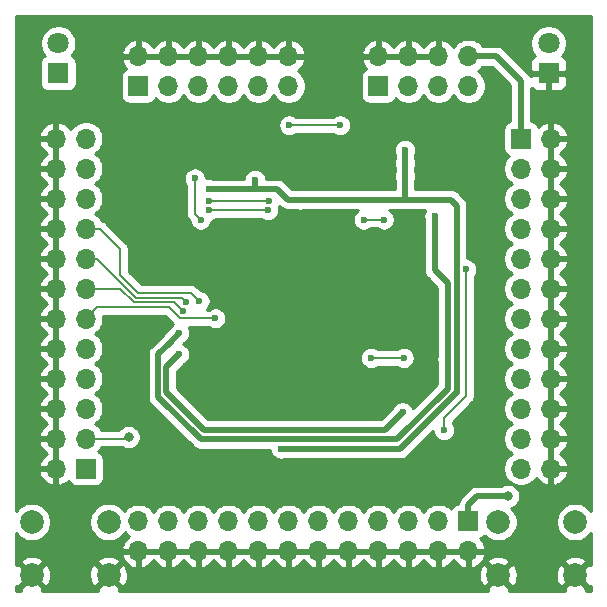
<source format=gbr>
%TF.GenerationSoftware,KiCad,Pcbnew,(5.1.6)-1*%
%TF.CreationDate,2020-11-19T20:50:07+01:00*%
%TF.ProjectId,F373RCT6_MSDB,46333733-5243-4543-965f-4d5344422e6b,rev?*%
%TF.SameCoordinates,Original*%
%TF.FileFunction,Copper,L2,Bot*%
%TF.FilePolarity,Positive*%
%FSLAX46Y46*%
G04 Gerber Fmt 4.6, Leading zero omitted, Abs format (unit mm)*
G04 Created by KiCad (PCBNEW (5.1.6)-1) date 2020-11-19 20:50:07*
%MOMM*%
%LPD*%
G01*
G04 APERTURE LIST*
%TA.AperFunction,ComponentPad*%
%ADD10C,2.000000*%
%TD*%
%TA.AperFunction,ComponentPad*%
%ADD11C,1.800000*%
%TD*%
%TA.AperFunction,ComponentPad*%
%ADD12R,1.800000X1.800000*%
%TD*%
%TA.AperFunction,ComponentPad*%
%ADD13O,1.700000X1.700000*%
%TD*%
%TA.AperFunction,ComponentPad*%
%ADD14R,1.700000X1.700000*%
%TD*%
%TA.AperFunction,ViaPad*%
%ADD15C,0.600000*%
%TD*%
%TA.AperFunction,ViaPad*%
%ADD16C,0.800000*%
%TD*%
%TA.AperFunction,Conductor*%
%ADD17C,0.500000*%
%TD*%
%TA.AperFunction,Conductor*%
%ADD18C,0.200000*%
%TD*%
%TA.AperFunction,Conductor*%
%ADD19C,0.254000*%
%TD*%
G04 APERTURE END LIST*
D10*
%TO.P,SW2,1*%
%TO.N,/F_6*%
X157700000Y-116200000D03*
%TO.P,SW2,2*%
%TO.N,GND*%
X157700000Y-120700000D03*
%TO.P,SW2,1*%
%TO.N,/F_6*%
X151200000Y-116200000D03*
%TO.P,SW2,2*%
%TO.N,GND*%
X151200000Y-120700000D03*
%TD*%
%TO.P,SW1,1*%
%TO.N,/~uC_RESET*%
X118200000Y-116200000D03*
%TO.P,SW1,2*%
%TO.N,GND*%
X118200000Y-120700000D03*
%TO.P,SW1,1*%
%TO.N,/~uC_RESET*%
X111700000Y-116200000D03*
%TO.P,SW1,2*%
%TO.N,GND*%
X111700000Y-120700000D03*
%TD*%
D11*
%TO.P,D2,2*%
%TO.N,Net-(D2-Pad2)*%
X155450000Y-75660000D03*
D12*
%TO.P,D2,1*%
%TO.N,GND*%
X155450000Y-78200000D03*
%TD*%
D11*
%TO.P,D1,2*%
%TO.N,Net-(D1-Pad2)*%
X113950000Y-75660000D03*
D12*
%TO.P,D1,1*%
%TO.N,/C_13*%
X113950000Y-78200000D03*
%TD*%
D13*
%TO.P,J5,24*%
%TO.N,GND*%
X155655000Y-111670000D03*
%TO.P,J5,23*%
%TO.N,VDD*%
X153115000Y-111670000D03*
%TO.P,J5,22*%
%TO.N,GND*%
X155655000Y-109130000D03*
%TO.P,J5,21*%
%TO.N,/C_6*%
X153115000Y-109130000D03*
%TO.P,J5,20*%
%TO.N,GND*%
X155655000Y-106590000D03*
%TO.P,J5,19*%
%TO.N,/C_7*%
X153115000Y-106590000D03*
%TO.P,J5,18*%
%TO.N,GND*%
X155655000Y-104050000D03*
%TO.P,J5,17*%
%TO.N,/C_8*%
X153115000Y-104050000D03*
%TO.P,J5,16*%
%TO.N,GND*%
X155655000Y-101510000D03*
%TO.P,J5,15*%
%TO.N,/C_9*%
X153115000Y-101510000D03*
%TO.P,J5,14*%
%TO.N,GND*%
X155655000Y-98970000D03*
%TO.P,J5,13*%
%TO.N,/A_8*%
X153115000Y-98970000D03*
%TO.P,J5,12*%
%TO.N,GND*%
X155655000Y-96430000D03*
%TO.P,J5,11*%
%TO.N,/A_9*%
X153115000Y-96430000D03*
%TO.P,J5,10*%
%TO.N,GND*%
X155655000Y-93890000D03*
%TO.P,J5,9*%
%TO.N,/A_10*%
X153115000Y-93890000D03*
%TO.P,J5,8*%
%TO.N,GND*%
X155655000Y-91350000D03*
%TO.P,J5,7*%
%TO.N,/A_11*%
X153115000Y-91350000D03*
%TO.P,J5,6*%
%TO.N,GND*%
X155655000Y-88810000D03*
%TO.P,J5,5*%
%TO.N,/A_12*%
X153115000Y-88810000D03*
%TO.P,J5,4*%
%TO.N,GND*%
X155655000Y-86270000D03*
%TO.P,J5,3*%
%TO.N,/A_15*%
X153115000Y-86270000D03*
%TO.P,J5,2*%
%TO.N,GND*%
X155655000Y-83730000D03*
D14*
%TO.P,J5,1*%
%TO.N,+5V*%
X153115000Y-83730000D03*
%TD*%
D13*
%TO.P,J4,24*%
%TO.N,GND*%
X120730000Y-118655000D03*
%TO.P,J4,23*%
%TO.N,VDD*%
X120730000Y-116115000D03*
%TO.P,J4,22*%
%TO.N,GND*%
X123270000Y-118655000D03*
%TO.P,J4,21*%
%TO.N,/C_4*%
X123270000Y-116115000D03*
%TO.P,J4,20*%
%TO.N,GND*%
X125810000Y-118655000D03*
%TO.P,J4,19*%
%TO.N,/C_5*%
X125810000Y-116115000D03*
%TO.P,J4,18*%
%TO.N,GND*%
X128350000Y-118655000D03*
%TO.P,J4,17*%
%TO.N,/B_0*%
X128350000Y-116115000D03*
%TO.P,J4,16*%
%TO.N,GND*%
X130890000Y-118655000D03*
%TO.P,J4,15*%
%TO.N,/B_1*%
X130890000Y-116115000D03*
%TO.P,J4,14*%
%TO.N,GND*%
X133430000Y-118655000D03*
%TO.P,J4,13*%
%TO.N,/B_2*%
X133430000Y-116115000D03*
%TO.P,J4,12*%
%TO.N,GND*%
X135970000Y-118655000D03*
%TO.P,J4,11*%
%TO.N,/E_8*%
X135970000Y-116115000D03*
%TO.P,J4,10*%
%TO.N,GND*%
X138510000Y-118655000D03*
%TO.P,J4,9*%
%TO.N,/E_9*%
X138510000Y-116115000D03*
%TO.P,J4,8*%
%TO.N,GND*%
X141050000Y-118655000D03*
%TO.P,J4,7*%
%TO.N,/B_14*%
X141050000Y-116115000D03*
%TO.P,J4,6*%
%TO.N,GND*%
X143590000Y-118655000D03*
%TO.P,J4,5*%
%TO.N,/B_15*%
X143590000Y-116115000D03*
%TO.P,J4,4*%
%TO.N,GND*%
X146130000Y-118655000D03*
%TO.P,J4,3*%
%TO.N,/D_8*%
X146130000Y-116115000D03*
%TO.P,J4,2*%
%TO.N,GND*%
X148670000Y-118655000D03*
D14*
%TO.P,J4,1*%
%TO.N,+5V*%
X148670000Y-116115000D03*
%TD*%
%TO.P,J3,1*%
%TO.N,+5V*%
X116285000Y-111670000D03*
D13*
%TO.P,J3,2*%
%TO.N,GND*%
X113745000Y-111670000D03*
%TO.P,J3,3*%
%TO.N,/A_3*%
X116285000Y-109130000D03*
%TO.P,J3,4*%
%TO.N,GND*%
X113745000Y-109130000D03*
%TO.P,J3,5*%
%TO.N,/A_2*%
X116285000Y-106590000D03*
%TO.P,J3,6*%
%TO.N,GND*%
X113745000Y-106590000D03*
%TO.P,J3,7*%
%TO.N,/A_1*%
X116285000Y-104050000D03*
%TO.P,J3,8*%
%TO.N,GND*%
X113745000Y-104050000D03*
%TO.P,J3,9*%
%TO.N,/A_0*%
X116285000Y-101510000D03*
%TO.P,J3,10*%
%TO.N,GND*%
X113745000Y-101510000D03*
%TO.P,J3,11*%
%TO.N,/C_3*%
X116285000Y-98970000D03*
%TO.P,J3,12*%
%TO.N,GND*%
X113745000Y-98970000D03*
%TO.P,J3,13*%
%TO.N,/C_2*%
X116285000Y-96430000D03*
%TO.P,J3,14*%
%TO.N,GND*%
X113745000Y-96430000D03*
%TO.P,J3,15*%
%TO.N,/C_1*%
X116285000Y-93890000D03*
%TO.P,J3,16*%
%TO.N,GND*%
X113745000Y-93890000D03*
%TO.P,J3,17*%
%TO.N,/C_0*%
X116285000Y-91350000D03*
%TO.P,J3,18*%
%TO.N,GND*%
X113745000Y-91350000D03*
%TO.P,J3,19*%
%TO.N,/B_9*%
X116285000Y-88810000D03*
%TO.P,J3,20*%
%TO.N,GND*%
X113745000Y-88810000D03*
%TO.P,J3,21*%
%TO.N,/B_8*%
X116285000Y-86270000D03*
%TO.P,J3,22*%
%TO.N,GND*%
X113745000Y-86270000D03*
%TO.P,J3,23*%
%TO.N,VDD*%
X116285000Y-83730000D03*
%TO.P,J3,24*%
%TO.N,GND*%
X113745000Y-83730000D03*
%TD*%
%TO.P,J2,12*%
%TO.N,GND*%
X133430000Y-76745000D03*
%TO.P,J2,11*%
%TO.N,/C_10*%
X133430000Y-79285000D03*
%TO.P,J2,10*%
%TO.N,GND*%
X130890000Y-76745000D03*
%TO.P,J2,9*%
%TO.N,/C_11*%
X130890000Y-79285000D03*
%TO.P,J2,8*%
%TO.N,GND*%
X128350000Y-76745000D03*
%TO.P,J2,7*%
%TO.N,/C_12*%
X128350000Y-79285000D03*
%TO.P,J2,6*%
%TO.N,GND*%
X125810000Y-76745000D03*
%TO.P,J2,5*%
%TO.N,/D_2*%
X125810000Y-79285000D03*
%TO.P,J2,4*%
%TO.N,GND*%
X123270000Y-76745000D03*
%TO.P,J2,3*%
%TO.N,/B_3*%
X123270000Y-79285000D03*
%TO.P,J2,2*%
%TO.N,GND*%
X120730000Y-76745000D03*
D14*
%TO.P,J2,1*%
%TO.N,+5V*%
X120730000Y-79285000D03*
%TD*%
D13*
%TO.P,J1,8*%
%TO.N,+5V*%
X148670000Y-76745000D03*
%TO.P,J1,7*%
%TO.N,VDD*%
X148670000Y-79285000D03*
%TO.P,J1,6*%
%TO.N,GND*%
X146130000Y-76745000D03*
%TO.P,J1,5*%
%TO.N,/SWD_DIO*%
X146130000Y-79285000D03*
%TO.P,J1,4*%
%TO.N,GND*%
X143590000Y-76745000D03*
%TO.P,J1,3*%
%TO.N,/SWD_CLK*%
X143590000Y-79285000D03*
%TO.P,J1,2*%
%TO.N,GND*%
X141050000Y-76745000D03*
D14*
%TO.P,J1,1*%
%TO.N,/~uC_RESET*%
X141050000Y-79285000D03*
%TD*%
D15*
%TO.N,/STM32F373RCT6/GNDA*%
X145800000Y-90300000D03*
X124200000Y-100200000D03*
X138400000Y-109200000D03*
X130400000Y-109200000D03*
X146900000Y-102400000D03*
%TO.N,/STM32F373RCT6/VDDA*%
X143100000Y-106900000D03*
X124200000Y-102000000D03*
X140000000Y-108400000D03*
X126700000Y-108400000D03*
%TO.N,/STM32F373RCT6/VREFSD+*%
X140400000Y-102300000D03*
X143200000Y-102300000D03*
%TO.N,GND*%
X133600000Y-105300000D03*
X130600000Y-85300000D03*
X150300000Y-85700000D03*
X149400000Y-105200000D03*
D16*
X149600000Y-90500000D03*
X149600000Y-89600000D03*
X121700000Y-90600000D03*
X120700000Y-90600000D03*
X119700000Y-90600000D03*
D15*
X119300000Y-110600000D03*
X147100000Y-113400000D03*
%TO.N,VDD*%
X132800000Y-110000000D03*
X147700000Y-105200000D03*
X130600000Y-87200000D03*
X126700000Y-88000000D03*
X143300000Y-86900000D03*
X143300000Y-85800000D03*
X143300000Y-84700000D03*
X134400000Y-88900000D03*
%TO.N,/~uC_RESET*%
X137800000Y-82600000D03*
X133500000Y-82600000D03*
D16*
%TO.N,+5V*%
X152000000Y-114000000D03*
D15*
%TO.N,/A_15*%
X141500000Y-90600000D03*
X139800000Y-90600000D03*
%TO.N,/B_9*%
X131700000Y-89800000D03*
X126700000Y-89800000D03*
%TO.N,/B_8*%
X131800000Y-89000000D03*
X126700000Y-89000000D03*
%TO.N,/F_6*%
X148500000Y-94800000D03*
X146600000Y-108400000D03*
D16*
%TO.N,/A_3*%
X119900000Y-109000000D03*
D15*
%TO.N,/C_3*%
X127250000Y-98950000D03*
%TO.N,/C_2*%
X124500000Y-98350000D03*
%TO.N,/C_1*%
X124750000Y-97550000D03*
%TO.N,/C_0*%
X125900000Y-97500000D03*
%TO.N,/C_13*%
X125500000Y-87100000D03*
X126000000Y-90600000D03*
%TD*%
D17*
%TO.N,/STM32F373RCT6/GNDA*%
X145800000Y-90300000D02*
X145800000Y-94900000D01*
X145800000Y-94900000D02*
X146900000Y-96000000D01*
X146900000Y-104900000D02*
X142600000Y-109200000D01*
X142600000Y-109200000D02*
X138400000Y-109200000D01*
X123400000Y-101000000D02*
X124200000Y-100200000D01*
X122400000Y-102000000D02*
X123400000Y-101000000D01*
X122400000Y-105600000D02*
X122400000Y-102000000D01*
X126000000Y-109200000D02*
X122400000Y-105600000D01*
X138400000Y-109200000D02*
X130400000Y-109200000D01*
X130400000Y-109200000D02*
X126000000Y-109200000D01*
X146900000Y-96000000D02*
X146900000Y-102400000D01*
X146900000Y-102400000D02*
X146900000Y-104900000D01*
%TO.N,/STM32F373RCT6/VDDA*%
X143100000Y-106900000D02*
X141600000Y-108400000D01*
X126300000Y-108400000D02*
X123100000Y-105200000D01*
X123100000Y-105200000D02*
X123100000Y-103100000D01*
X123100000Y-103100000D02*
X124200000Y-102000000D01*
X141600000Y-108400000D02*
X140000000Y-108400000D01*
X140000000Y-108400000D02*
X126700000Y-108400000D01*
X126700000Y-108400000D02*
X126300000Y-108400000D01*
D18*
%TO.N,/STM32F373RCT6/VREFSD+*%
X140400000Y-102300000D02*
X143200000Y-102300000D01*
D17*
%TO.N,VDD*%
X143300000Y-88900000D02*
X147200000Y-88900000D01*
X147200000Y-88900000D02*
X147700000Y-89400000D01*
X147700000Y-89400000D02*
X147700000Y-105200000D01*
X142900000Y-110000000D02*
X132800000Y-110000000D01*
X147700000Y-105200000D02*
X142900000Y-110000000D01*
X133400000Y-88900000D02*
X132500000Y-88000000D01*
X130600000Y-87200000D02*
X130600000Y-88000000D01*
X132500000Y-88000000D02*
X130600000Y-88000000D01*
X130600000Y-88000000D02*
X126700000Y-88000000D01*
X143300000Y-85800000D02*
X143300000Y-86900000D01*
X143300000Y-86900000D02*
X143300000Y-88900000D01*
X143300000Y-84700000D02*
X143300000Y-85800000D01*
X143300000Y-88900000D02*
X134400000Y-88900000D01*
X134400000Y-88900000D02*
X133400000Y-88900000D01*
D18*
%TO.N,/~uC_RESET*%
X137800000Y-82600000D02*
X133500000Y-82600000D01*
D17*
%TO.N,+5V*%
X148670000Y-76745000D02*
X151045000Y-76745000D01*
X153115000Y-78815000D02*
X153115000Y-83730000D01*
X151045000Y-76745000D02*
X153115000Y-78815000D01*
X152000000Y-114000000D02*
X149400000Y-114000000D01*
X148670000Y-114730000D02*
X148670000Y-116115000D01*
X149400000Y-114000000D02*
X148670000Y-114730000D01*
D18*
%TO.N,/A_15*%
X139800000Y-90600000D02*
X141500000Y-90600000D01*
%TO.N,/B_9*%
X131700000Y-89800000D02*
X126700000Y-89800000D01*
%TO.N,/B_8*%
X131800000Y-89000000D02*
X126700000Y-89000000D01*
%TO.N,/F_6*%
X148500000Y-94800000D02*
X148500000Y-105500000D01*
X148500000Y-105500000D02*
X146600000Y-107400000D01*
X146600000Y-107400000D02*
X146600000Y-108400000D01*
%TO.N,/A_3*%
X119770000Y-109130000D02*
X116285000Y-109130000D01*
X119900000Y-109000000D02*
X119770000Y-109130000D01*
%TO.N,/C_3*%
X124250000Y-98950000D02*
X123300030Y-98000030D01*
X123300030Y-98000030D02*
X120799970Y-98000030D01*
X120799970Y-98000030D02*
X117254970Y-98000030D01*
X127250000Y-98950000D02*
X124250000Y-98950000D01*
X117254970Y-98000030D02*
X116285000Y-98970000D01*
X120799970Y-98000030D02*
X120200030Y-98000030D01*
%TO.N,/C_2*%
X124500000Y-98350000D02*
X123750020Y-97600020D01*
X123750020Y-97600020D02*
X120368624Y-97600020D01*
X119198604Y-96430000D02*
X116285000Y-96430000D01*
X120368624Y-97600020D02*
X119198604Y-96430000D01*
%TO.N,/C_1*%
X124750000Y-97550000D02*
X124400010Y-97200010D01*
X124400010Y-97200010D02*
X120534312Y-97200010D01*
X120534312Y-97200010D02*
X117224302Y-93890000D01*
X117224302Y-93890000D02*
X116285000Y-93890000D01*
%TO.N,/C_0*%
X125900000Y-97500000D02*
X125200000Y-96800000D01*
X125200000Y-96800000D02*
X120700000Y-96800000D01*
X120700000Y-96800000D02*
X119200000Y-95300000D01*
X119200000Y-95300000D02*
X119200000Y-93100000D01*
X117450000Y-91350000D02*
X116285000Y-91350000D01*
X119200000Y-93100000D02*
X117450000Y-91350000D01*
%TO.N,/C_13*%
X125500000Y-87100000D02*
X125500000Y-90100000D01*
X125500000Y-90100000D02*
X126000000Y-90600000D01*
%TD*%
D19*
%TO.N,GND*%
G36*
X159040001Y-115262531D02*
G01*
X158969987Y-115157748D01*
X158742252Y-114930013D01*
X158474463Y-114751082D01*
X158176912Y-114627832D01*
X157861033Y-114565000D01*
X157538967Y-114565000D01*
X157223088Y-114627832D01*
X156925537Y-114751082D01*
X156657748Y-114930013D01*
X156430013Y-115157748D01*
X156251082Y-115425537D01*
X156127832Y-115723088D01*
X156065000Y-116038967D01*
X156065000Y-116361033D01*
X156127832Y-116676912D01*
X156251082Y-116974463D01*
X156430013Y-117242252D01*
X156657748Y-117469987D01*
X156925537Y-117648918D01*
X157223088Y-117772168D01*
X157538967Y-117835000D01*
X157861033Y-117835000D01*
X158176912Y-117772168D01*
X158474463Y-117648918D01*
X158742252Y-117469987D01*
X158969987Y-117242252D01*
X159040001Y-117137469D01*
X159040001Y-119818292D01*
X158835413Y-119744192D01*
X157879605Y-120700000D01*
X158835413Y-121655808D01*
X159040001Y-121581708D01*
X159040001Y-122040000D01*
X158581708Y-122040000D01*
X158655808Y-121835413D01*
X157700000Y-120879605D01*
X156744192Y-121835413D01*
X156818292Y-122040000D01*
X152081708Y-122040000D01*
X152155808Y-121835413D01*
X151200000Y-120879605D01*
X150244192Y-121835413D01*
X150318292Y-122040000D01*
X119081708Y-122040000D01*
X119155808Y-121835413D01*
X118200000Y-120879605D01*
X117244192Y-121835413D01*
X117318292Y-122040000D01*
X112581708Y-122040000D01*
X112655808Y-121835413D01*
X111700000Y-120879605D01*
X110744192Y-121835413D01*
X110818292Y-122040000D01*
X110360000Y-122040000D01*
X110360000Y-121581708D01*
X110564587Y-121655808D01*
X111520395Y-120700000D01*
X111879605Y-120700000D01*
X112835413Y-121655808D01*
X113099814Y-121560044D01*
X113240704Y-121270429D01*
X113322384Y-120958892D01*
X113334189Y-120762595D01*
X116558282Y-120762595D01*
X116602039Y-121081675D01*
X116707205Y-121386088D01*
X116800186Y-121560044D01*
X117064587Y-121655808D01*
X118020395Y-120700000D01*
X118379605Y-120700000D01*
X119335413Y-121655808D01*
X119599814Y-121560044D01*
X119740704Y-121270429D01*
X119822384Y-120958892D01*
X119834189Y-120762595D01*
X149558282Y-120762595D01*
X149602039Y-121081675D01*
X149707205Y-121386088D01*
X149800186Y-121560044D01*
X150064587Y-121655808D01*
X151020395Y-120700000D01*
X151379605Y-120700000D01*
X152335413Y-121655808D01*
X152599814Y-121560044D01*
X152740704Y-121270429D01*
X152822384Y-120958892D01*
X152834189Y-120762595D01*
X156058282Y-120762595D01*
X156102039Y-121081675D01*
X156207205Y-121386088D01*
X156300186Y-121560044D01*
X156564587Y-121655808D01*
X157520395Y-120700000D01*
X156564587Y-119744192D01*
X156300186Y-119839956D01*
X156159296Y-120129571D01*
X156077616Y-120441108D01*
X156058282Y-120762595D01*
X152834189Y-120762595D01*
X152841718Y-120637405D01*
X152797961Y-120318325D01*
X152692795Y-120013912D01*
X152599814Y-119839956D01*
X152335413Y-119744192D01*
X151379605Y-120700000D01*
X151020395Y-120700000D01*
X150064587Y-119744192D01*
X149800186Y-119839956D01*
X149659296Y-120129571D01*
X149577616Y-120441108D01*
X149558282Y-120762595D01*
X119834189Y-120762595D01*
X119841718Y-120637405D01*
X119797961Y-120318325D01*
X119692795Y-120013912D01*
X119599814Y-119839956D01*
X119335413Y-119744192D01*
X118379605Y-120700000D01*
X118020395Y-120700000D01*
X117064587Y-119744192D01*
X116800186Y-119839956D01*
X116659296Y-120129571D01*
X116577616Y-120441108D01*
X116558282Y-120762595D01*
X113334189Y-120762595D01*
X113341718Y-120637405D01*
X113297961Y-120318325D01*
X113192795Y-120013912D01*
X113099814Y-119839956D01*
X112835413Y-119744192D01*
X111879605Y-120700000D01*
X111520395Y-120700000D01*
X110564587Y-119744192D01*
X110360000Y-119818292D01*
X110360000Y-119564587D01*
X110744192Y-119564587D01*
X111700000Y-120520395D01*
X112655808Y-119564587D01*
X117244192Y-119564587D01*
X118200000Y-120520395D01*
X119155808Y-119564587D01*
X119060044Y-119300186D01*
X118770429Y-119159296D01*
X118458892Y-119077616D01*
X118137405Y-119058282D01*
X117818325Y-119102039D01*
X117513912Y-119207205D01*
X117339956Y-119300186D01*
X117244192Y-119564587D01*
X112655808Y-119564587D01*
X112560044Y-119300186D01*
X112270429Y-119159296D01*
X111958892Y-119077616D01*
X111637405Y-119058282D01*
X111318325Y-119102039D01*
X111013912Y-119207205D01*
X110839956Y-119300186D01*
X110744192Y-119564587D01*
X110360000Y-119564587D01*
X110360000Y-119011891D01*
X119288519Y-119011891D01*
X119385843Y-119286252D01*
X119534822Y-119536355D01*
X119729731Y-119752588D01*
X119963080Y-119926641D01*
X120225901Y-120051825D01*
X120373110Y-120096476D01*
X120603000Y-119975155D01*
X120603000Y-118782000D01*
X120857000Y-118782000D01*
X120857000Y-119975155D01*
X121086890Y-120096476D01*
X121234099Y-120051825D01*
X121496920Y-119926641D01*
X121730269Y-119752588D01*
X121925178Y-119536355D01*
X122000000Y-119410745D01*
X122074822Y-119536355D01*
X122269731Y-119752588D01*
X122503080Y-119926641D01*
X122765901Y-120051825D01*
X122913110Y-120096476D01*
X123143000Y-119975155D01*
X123143000Y-118782000D01*
X123397000Y-118782000D01*
X123397000Y-119975155D01*
X123626890Y-120096476D01*
X123774099Y-120051825D01*
X124036920Y-119926641D01*
X124270269Y-119752588D01*
X124465178Y-119536355D01*
X124540000Y-119410745D01*
X124614822Y-119536355D01*
X124809731Y-119752588D01*
X125043080Y-119926641D01*
X125305901Y-120051825D01*
X125453110Y-120096476D01*
X125683000Y-119975155D01*
X125683000Y-118782000D01*
X125937000Y-118782000D01*
X125937000Y-119975155D01*
X126166890Y-120096476D01*
X126314099Y-120051825D01*
X126576920Y-119926641D01*
X126810269Y-119752588D01*
X127005178Y-119536355D01*
X127080000Y-119410745D01*
X127154822Y-119536355D01*
X127349731Y-119752588D01*
X127583080Y-119926641D01*
X127845901Y-120051825D01*
X127993110Y-120096476D01*
X128223000Y-119975155D01*
X128223000Y-118782000D01*
X128477000Y-118782000D01*
X128477000Y-119975155D01*
X128706890Y-120096476D01*
X128854099Y-120051825D01*
X129116920Y-119926641D01*
X129350269Y-119752588D01*
X129545178Y-119536355D01*
X129620000Y-119410745D01*
X129694822Y-119536355D01*
X129889731Y-119752588D01*
X130123080Y-119926641D01*
X130385901Y-120051825D01*
X130533110Y-120096476D01*
X130763000Y-119975155D01*
X130763000Y-118782000D01*
X131017000Y-118782000D01*
X131017000Y-119975155D01*
X131246890Y-120096476D01*
X131394099Y-120051825D01*
X131656920Y-119926641D01*
X131890269Y-119752588D01*
X132085178Y-119536355D01*
X132160000Y-119410745D01*
X132234822Y-119536355D01*
X132429731Y-119752588D01*
X132663080Y-119926641D01*
X132925901Y-120051825D01*
X133073110Y-120096476D01*
X133303000Y-119975155D01*
X133303000Y-118782000D01*
X133557000Y-118782000D01*
X133557000Y-119975155D01*
X133786890Y-120096476D01*
X133934099Y-120051825D01*
X134196920Y-119926641D01*
X134430269Y-119752588D01*
X134625178Y-119536355D01*
X134700000Y-119410745D01*
X134774822Y-119536355D01*
X134969731Y-119752588D01*
X135203080Y-119926641D01*
X135465901Y-120051825D01*
X135613110Y-120096476D01*
X135843000Y-119975155D01*
X135843000Y-118782000D01*
X136097000Y-118782000D01*
X136097000Y-119975155D01*
X136326890Y-120096476D01*
X136474099Y-120051825D01*
X136736920Y-119926641D01*
X136970269Y-119752588D01*
X137165178Y-119536355D01*
X137240000Y-119410745D01*
X137314822Y-119536355D01*
X137509731Y-119752588D01*
X137743080Y-119926641D01*
X138005901Y-120051825D01*
X138153110Y-120096476D01*
X138383000Y-119975155D01*
X138383000Y-118782000D01*
X138637000Y-118782000D01*
X138637000Y-119975155D01*
X138866890Y-120096476D01*
X139014099Y-120051825D01*
X139276920Y-119926641D01*
X139510269Y-119752588D01*
X139705178Y-119536355D01*
X139780000Y-119410745D01*
X139854822Y-119536355D01*
X140049731Y-119752588D01*
X140283080Y-119926641D01*
X140545901Y-120051825D01*
X140693110Y-120096476D01*
X140923000Y-119975155D01*
X140923000Y-118782000D01*
X141177000Y-118782000D01*
X141177000Y-119975155D01*
X141406890Y-120096476D01*
X141554099Y-120051825D01*
X141816920Y-119926641D01*
X142050269Y-119752588D01*
X142245178Y-119536355D01*
X142320000Y-119410745D01*
X142394822Y-119536355D01*
X142589731Y-119752588D01*
X142823080Y-119926641D01*
X143085901Y-120051825D01*
X143233110Y-120096476D01*
X143463000Y-119975155D01*
X143463000Y-118782000D01*
X143717000Y-118782000D01*
X143717000Y-119975155D01*
X143946890Y-120096476D01*
X144094099Y-120051825D01*
X144356920Y-119926641D01*
X144590269Y-119752588D01*
X144785178Y-119536355D01*
X144860000Y-119410745D01*
X144934822Y-119536355D01*
X145129731Y-119752588D01*
X145363080Y-119926641D01*
X145625901Y-120051825D01*
X145773110Y-120096476D01*
X146003000Y-119975155D01*
X146003000Y-118782000D01*
X146257000Y-118782000D01*
X146257000Y-119975155D01*
X146486890Y-120096476D01*
X146634099Y-120051825D01*
X146896920Y-119926641D01*
X147130269Y-119752588D01*
X147325178Y-119536355D01*
X147400000Y-119410745D01*
X147474822Y-119536355D01*
X147669731Y-119752588D01*
X147903080Y-119926641D01*
X148165901Y-120051825D01*
X148313110Y-120096476D01*
X148543000Y-119975155D01*
X148543000Y-118782000D01*
X148797000Y-118782000D01*
X148797000Y-119975155D01*
X149026890Y-120096476D01*
X149174099Y-120051825D01*
X149436920Y-119926641D01*
X149670269Y-119752588D01*
X149839730Y-119564587D01*
X150244192Y-119564587D01*
X151200000Y-120520395D01*
X152155808Y-119564587D01*
X156744192Y-119564587D01*
X157700000Y-120520395D01*
X158655808Y-119564587D01*
X158560044Y-119300186D01*
X158270429Y-119159296D01*
X157958892Y-119077616D01*
X157637405Y-119058282D01*
X157318325Y-119102039D01*
X157013912Y-119207205D01*
X156839956Y-119300186D01*
X156744192Y-119564587D01*
X152155808Y-119564587D01*
X152060044Y-119300186D01*
X151770429Y-119159296D01*
X151458892Y-119077616D01*
X151137405Y-119058282D01*
X150818325Y-119102039D01*
X150513912Y-119207205D01*
X150339956Y-119300186D01*
X150244192Y-119564587D01*
X149839730Y-119564587D01*
X149865178Y-119536355D01*
X150014157Y-119286252D01*
X150111481Y-119011891D01*
X149990814Y-118782000D01*
X148797000Y-118782000D01*
X148543000Y-118782000D01*
X146257000Y-118782000D01*
X146003000Y-118782000D01*
X143717000Y-118782000D01*
X143463000Y-118782000D01*
X141177000Y-118782000D01*
X140923000Y-118782000D01*
X138637000Y-118782000D01*
X138383000Y-118782000D01*
X136097000Y-118782000D01*
X135843000Y-118782000D01*
X133557000Y-118782000D01*
X133303000Y-118782000D01*
X131017000Y-118782000D01*
X130763000Y-118782000D01*
X128477000Y-118782000D01*
X128223000Y-118782000D01*
X125937000Y-118782000D01*
X125683000Y-118782000D01*
X123397000Y-118782000D01*
X123143000Y-118782000D01*
X120857000Y-118782000D01*
X120603000Y-118782000D01*
X119409186Y-118782000D01*
X119288519Y-119011891D01*
X110360000Y-119011891D01*
X110360000Y-117137470D01*
X110430013Y-117242252D01*
X110657748Y-117469987D01*
X110925537Y-117648918D01*
X111223088Y-117772168D01*
X111538967Y-117835000D01*
X111861033Y-117835000D01*
X112176912Y-117772168D01*
X112474463Y-117648918D01*
X112742252Y-117469987D01*
X112969987Y-117242252D01*
X113148918Y-116974463D01*
X113272168Y-116676912D01*
X113335000Y-116361033D01*
X113335000Y-116038967D01*
X116565000Y-116038967D01*
X116565000Y-116361033D01*
X116627832Y-116676912D01*
X116751082Y-116974463D01*
X116930013Y-117242252D01*
X117157748Y-117469987D01*
X117425537Y-117648918D01*
X117723088Y-117772168D01*
X118038967Y-117835000D01*
X118361033Y-117835000D01*
X118676912Y-117772168D01*
X118974463Y-117648918D01*
X119242252Y-117469987D01*
X119469987Y-117242252D01*
X119585006Y-117070113D01*
X119783368Y-117268475D01*
X119959406Y-117386100D01*
X119729731Y-117557412D01*
X119534822Y-117773645D01*
X119385843Y-118023748D01*
X119288519Y-118298109D01*
X119409186Y-118528000D01*
X120603000Y-118528000D01*
X120603000Y-118508000D01*
X120857000Y-118508000D01*
X120857000Y-118528000D01*
X123143000Y-118528000D01*
X123143000Y-118508000D01*
X123397000Y-118508000D01*
X123397000Y-118528000D01*
X125683000Y-118528000D01*
X125683000Y-118508000D01*
X125937000Y-118508000D01*
X125937000Y-118528000D01*
X128223000Y-118528000D01*
X128223000Y-118508000D01*
X128477000Y-118508000D01*
X128477000Y-118528000D01*
X130763000Y-118528000D01*
X130763000Y-118508000D01*
X131017000Y-118508000D01*
X131017000Y-118528000D01*
X133303000Y-118528000D01*
X133303000Y-118508000D01*
X133557000Y-118508000D01*
X133557000Y-118528000D01*
X135843000Y-118528000D01*
X135843000Y-118508000D01*
X136097000Y-118508000D01*
X136097000Y-118528000D01*
X138383000Y-118528000D01*
X138383000Y-118508000D01*
X138637000Y-118508000D01*
X138637000Y-118528000D01*
X140923000Y-118528000D01*
X140923000Y-118508000D01*
X141177000Y-118508000D01*
X141177000Y-118528000D01*
X143463000Y-118528000D01*
X143463000Y-118508000D01*
X143717000Y-118508000D01*
X143717000Y-118528000D01*
X146003000Y-118528000D01*
X146003000Y-118508000D01*
X146257000Y-118508000D01*
X146257000Y-118528000D01*
X148543000Y-118528000D01*
X148543000Y-118508000D01*
X148797000Y-118508000D01*
X148797000Y-118528000D01*
X149990814Y-118528000D01*
X150111481Y-118298109D01*
X150014157Y-118023748D01*
X149865178Y-117773645D01*
X149688374Y-117577498D01*
X149764180Y-117554502D01*
X149874494Y-117495537D01*
X149971185Y-117416185D01*
X150031027Y-117343266D01*
X150157748Y-117469987D01*
X150425537Y-117648918D01*
X150723088Y-117772168D01*
X151038967Y-117835000D01*
X151361033Y-117835000D01*
X151676912Y-117772168D01*
X151974463Y-117648918D01*
X152242252Y-117469987D01*
X152469987Y-117242252D01*
X152648918Y-116974463D01*
X152772168Y-116676912D01*
X152835000Y-116361033D01*
X152835000Y-116038967D01*
X152772168Y-115723088D01*
X152648918Y-115425537D01*
X152469987Y-115157748D01*
X152305834Y-114993595D01*
X152490256Y-114917205D01*
X152659774Y-114803937D01*
X152803937Y-114659774D01*
X152917205Y-114490256D01*
X152995226Y-114301898D01*
X153035000Y-114101939D01*
X153035000Y-113898061D01*
X152995226Y-113698102D01*
X152917205Y-113509744D01*
X152803937Y-113340226D01*
X152659774Y-113196063D01*
X152490256Y-113082795D01*
X152301898Y-113004774D01*
X152101939Y-112965000D01*
X151898061Y-112965000D01*
X151698102Y-113004774D01*
X151509744Y-113082795D01*
X151461546Y-113115000D01*
X149443469Y-113115000D01*
X149400000Y-113110719D01*
X149356531Y-113115000D01*
X149356523Y-113115000D01*
X149226510Y-113127805D01*
X149059687Y-113178411D01*
X148905941Y-113260589D01*
X148804953Y-113343468D01*
X148804951Y-113343470D01*
X148771183Y-113371183D01*
X148743470Y-113404951D01*
X148074956Y-114073466D01*
X148041183Y-114101183D01*
X147930589Y-114235942D01*
X147848411Y-114389688D01*
X147797805Y-114556511D01*
X147790584Y-114629825D01*
X147695518Y-114639188D01*
X147575820Y-114675498D01*
X147465506Y-114734463D01*
X147368815Y-114813815D01*
X147289463Y-114910506D01*
X147230498Y-115020820D01*
X147208487Y-115093380D01*
X147076632Y-114961525D01*
X146833411Y-114799010D01*
X146563158Y-114687068D01*
X146276260Y-114630000D01*
X145983740Y-114630000D01*
X145696842Y-114687068D01*
X145426589Y-114799010D01*
X145183368Y-114961525D01*
X144976525Y-115168368D01*
X144860000Y-115342760D01*
X144743475Y-115168368D01*
X144536632Y-114961525D01*
X144293411Y-114799010D01*
X144023158Y-114687068D01*
X143736260Y-114630000D01*
X143443740Y-114630000D01*
X143156842Y-114687068D01*
X142886589Y-114799010D01*
X142643368Y-114961525D01*
X142436525Y-115168368D01*
X142320000Y-115342760D01*
X142203475Y-115168368D01*
X141996632Y-114961525D01*
X141753411Y-114799010D01*
X141483158Y-114687068D01*
X141196260Y-114630000D01*
X140903740Y-114630000D01*
X140616842Y-114687068D01*
X140346589Y-114799010D01*
X140103368Y-114961525D01*
X139896525Y-115168368D01*
X139780000Y-115342760D01*
X139663475Y-115168368D01*
X139456632Y-114961525D01*
X139213411Y-114799010D01*
X138943158Y-114687068D01*
X138656260Y-114630000D01*
X138363740Y-114630000D01*
X138076842Y-114687068D01*
X137806589Y-114799010D01*
X137563368Y-114961525D01*
X137356525Y-115168368D01*
X137240000Y-115342760D01*
X137123475Y-115168368D01*
X136916632Y-114961525D01*
X136673411Y-114799010D01*
X136403158Y-114687068D01*
X136116260Y-114630000D01*
X135823740Y-114630000D01*
X135536842Y-114687068D01*
X135266589Y-114799010D01*
X135023368Y-114961525D01*
X134816525Y-115168368D01*
X134700000Y-115342760D01*
X134583475Y-115168368D01*
X134376632Y-114961525D01*
X134133411Y-114799010D01*
X133863158Y-114687068D01*
X133576260Y-114630000D01*
X133283740Y-114630000D01*
X132996842Y-114687068D01*
X132726589Y-114799010D01*
X132483368Y-114961525D01*
X132276525Y-115168368D01*
X132160000Y-115342760D01*
X132043475Y-115168368D01*
X131836632Y-114961525D01*
X131593411Y-114799010D01*
X131323158Y-114687068D01*
X131036260Y-114630000D01*
X130743740Y-114630000D01*
X130456842Y-114687068D01*
X130186589Y-114799010D01*
X129943368Y-114961525D01*
X129736525Y-115168368D01*
X129620000Y-115342760D01*
X129503475Y-115168368D01*
X129296632Y-114961525D01*
X129053411Y-114799010D01*
X128783158Y-114687068D01*
X128496260Y-114630000D01*
X128203740Y-114630000D01*
X127916842Y-114687068D01*
X127646589Y-114799010D01*
X127403368Y-114961525D01*
X127196525Y-115168368D01*
X127080000Y-115342760D01*
X126963475Y-115168368D01*
X126756632Y-114961525D01*
X126513411Y-114799010D01*
X126243158Y-114687068D01*
X125956260Y-114630000D01*
X125663740Y-114630000D01*
X125376842Y-114687068D01*
X125106589Y-114799010D01*
X124863368Y-114961525D01*
X124656525Y-115168368D01*
X124540000Y-115342760D01*
X124423475Y-115168368D01*
X124216632Y-114961525D01*
X123973411Y-114799010D01*
X123703158Y-114687068D01*
X123416260Y-114630000D01*
X123123740Y-114630000D01*
X122836842Y-114687068D01*
X122566589Y-114799010D01*
X122323368Y-114961525D01*
X122116525Y-115168368D01*
X122000000Y-115342760D01*
X121883475Y-115168368D01*
X121676632Y-114961525D01*
X121433411Y-114799010D01*
X121163158Y-114687068D01*
X120876260Y-114630000D01*
X120583740Y-114630000D01*
X120296842Y-114687068D01*
X120026589Y-114799010D01*
X119783368Y-114961525D01*
X119576525Y-115168368D01*
X119526804Y-115242781D01*
X119469987Y-115157748D01*
X119242252Y-114930013D01*
X118974463Y-114751082D01*
X118676912Y-114627832D01*
X118361033Y-114565000D01*
X118038967Y-114565000D01*
X117723088Y-114627832D01*
X117425537Y-114751082D01*
X117157748Y-114930013D01*
X116930013Y-115157748D01*
X116751082Y-115425537D01*
X116627832Y-115723088D01*
X116565000Y-116038967D01*
X113335000Y-116038967D01*
X113272168Y-115723088D01*
X113148918Y-115425537D01*
X112969987Y-115157748D01*
X112742252Y-114930013D01*
X112474463Y-114751082D01*
X112176912Y-114627832D01*
X111861033Y-114565000D01*
X111538967Y-114565000D01*
X111223088Y-114627832D01*
X110925537Y-114751082D01*
X110657748Y-114930013D01*
X110430013Y-115157748D01*
X110360000Y-115262530D01*
X110360000Y-112026890D01*
X112303524Y-112026890D01*
X112348175Y-112174099D01*
X112473359Y-112436920D01*
X112647412Y-112670269D01*
X112863645Y-112865178D01*
X113113748Y-113014157D01*
X113388109Y-113111481D01*
X113618000Y-112990814D01*
X113618000Y-111797000D01*
X112424845Y-111797000D01*
X112303524Y-112026890D01*
X110360000Y-112026890D01*
X110360000Y-109486890D01*
X112303524Y-109486890D01*
X112348175Y-109634099D01*
X112473359Y-109896920D01*
X112647412Y-110130269D01*
X112863645Y-110325178D01*
X112989255Y-110400000D01*
X112863645Y-110474822D01*
X112647412Y-110669731D01*
X112473359Y-110903080D01*
X112348175Y-111165901D01*
X112303524Y-111313110D01*
X112424845Y-111543000D01*
X113618000Y-111543000D01*
X113618000Y-109257000D01*
X112424845Y-109257000D01*
X112303524Y-109486890D01*
X110360000Y-109486890D01*
X110360000Y-106946890D01*
X112303524Y-106946890D01*
X112348175Y-107094099D01*
X112473359Y-107356920D01*
X112647412Y-107590269D01*
X112863645Y-107785178D01*
X112989255Y-107860000D01*
X112863645Y-107934822D01*
X112647412Y-108129731D01*
X112473359Y-108363080D01*
X112348175Y-108625901D01*
X112303524Y-108773110D01*
X112424845Y-109003000D01*
X113618000Y-109003000D01*
X113618000Y-106717000D01*
X112424845Y-106717000D01*
X112303524Y-106946890D01*
X110360000Y-106946890D01*
X110360000Y-104406890D01*
X112303524Y-104406890D01*
X112348175Y-104554099D01*
X112473359Y-104816920D01*
X112647412Y-105050269D01*
X112863645Y-105245178D01*
X112989255Y-105320000D01*
X112863645Y-105394822D01*
X112647412Y-105589731D01*
X112473359Y-105823080D01*
X112348175Y-106085901D01*
X112303524Y-106233110D01*
X112424845Y-106463000D01*
X113618000Y-106463000D01*
X113618000Y-104177000D01*
X112424845Y-104177000D01*
X112303524Y-104406890D01*
X110360000Y-104406890D01*
X110360000Y-101866890D01*
X112303524Y-101866890D01*
X112348175Y-102014099D01*
X112473359Y-102276920D01*
X112647412Y-102510269D01*
X112863645Y-102705178D01*
X112989255Y-102780000D01*
X112863645Y-102854822D01*
X112647412Y-103049731D01*
X112473359Y-103283080D01*
X112348175Y-103545901D01*
X112303524Y-103693110D01*
X112424845Y-103923000D01*
X113618000Y-103923000D01*
X113618000Y-101637000D01*
X112424845Y-101637000D01*
X112303524Y-101866890D01*
X110360000Y-101866890D01*
X110360000Y-99326890D01*
X112303524Y-99326890D01*
X112348175Y-99474099D01*
X112473359Y-99736920D01*
X112647412Y-99970269D01*
X112863645Y-100165178D01*
X112989255Y-100240000D01*
X112863645Y-100314822D01*
X112647412Y-100509731D01*
X112473359Y-100743080D01*
X112348175Y-101005901D01*
X112303524Y-101153110D01*
X112424845Y-101383000D01*
X113618000Y-101383000D01*
X113618000Y-99097000D01*
X112424845Y-99097000D01*
X112303524Y-99326890D01*
X110360000Y-99326890D01*
X110360000Y-96786890D01*
X112303524Y-96786890D01*
X112348175Y-96934099D01*
X112473359Y-97196920D01*
X112647412Y-97430269D01*
X112863645Y-97625178D01*
X112989255Y-97700000D01*
X112863645Y-97774822D01*
X112647412Y-97969731D01*
X112473359Y-98203080D01*
X112348175Y-98465901D01*
X112303524Y-98613110D01*
X112424845Y-98843000D01*
X113618000Y-98843000D01*
X113618000Y-96557000D01*
X112424845Y-96557000D01*
X112303524Y-96786890D01*
X110360000Y-96786890D01*
X110360000Y-94246890D01*
X112303524Y-94246890D01*
X112348175Y-94394099D01*
X112473359Y-94656920D01*
X112647412Y-94890269D01*
X112863645Y-95085178D01*
X112989255Y-95160000D01*
X112863645Y-95234822D01*
X112647412Y-95429731D01*
X112473359Y-95663080D01*
X112348175Y-95925901D01*
X112303524Y-96073110D01*
X112424845Y-96303000D01*
X113618000Y-96303000D01*
X113618000Y-94017000D01*
X112424845Y-94017000D01*
X112303524Y-94246890D01*
X110360000Y-94246890D01*
X110360000Y-91706890D01*
X112303524Y-91706890D01*
X112348175Y-91854099D01*
X112473359Y-92116920D01*
X112647412Y-92350269D01*
X112863645Y-92545178D01*
X112989255Y-92620000D01*
X112863645Y-92694822D01*
X112647412Y-92889731D01*
X112473359Y-93123080D01*
X112348175Y-93385901D01*
X112303524Y-93533110D01*
X112424845Y-93763000D01*
X113618000Y-93763000D01*
X113618000Y-91477000D01*
X112424845Y-91477000D01*
X112303524Y-91706890D01*
X110360000Y-91706890D01*
X110360000Y-89166890D01*
X112303524Y-89166890D01*
X112348175Y-89314099D01*
X112473359Y-89576920D01*
X112647412Y-89810269D01*
X112863645Y-90005178D01*
X112989255Y-90080000D01*
X112863645Y-90154822D01*
X112647412Y-90349731D01*
X112473359Y-90583080D01*
X112348175Y-90845901D01*
X112303524Y-90993110D01*
X112424845Y-91223000D01*
X113618000Y-91223000D01*
X113618000Y-88937000D01*
X112424845Y-88937000D01*
X112303524Y-89166890D01*
X110360000Y-89166890D01*
X110360000Y-86626890D01*
X112303524Y-86626890D01*
X112348175Y-86774099D01*
X112473359Y-87036920D01*
X112647412Y-87270269D01*
X112863645Y-87465178D01*
X112989255Y-87540000D01*
X112863645Y-87614822D01*
X112647412Y-87809731D01*
X112473359Y-88043080D01*
X112348175Y-88305901D01*
X112303524Y-88453110D01*
X112424845Y-88683000D01*
X113618000Y-88683000D01*
X113618000Y-86397000D01*
X112424845Y-86397000D01*
X112303524Y-86626890D01*
X110360000Y-86626890D01*
X110360000Y-84086890D01*
X112303524Y-84086890D01*
X112348175Y-84234099D01*
X112473359Y-84496920D01*
X112647412Y-84730269D01*
X112863645Y-84925178D01*
X112989255Y-85000000D01*
X112863645Y-85074822D01*
X112647412Y-85269731D01*
X112473359Y-85503080D01*
X112348175Y-85765901D01*
X112303524Y-85913110D01*
X112424845Y-86143000D01*
X113618000Y-86143000D01*
X113618000Y-83857000D01*
X112424845Y-83857000D01*
X112303524Y-84086890D01*
X110360000Y-84086890D01*
X110360000Y-83373110D01*
X112303524Y-83373110D01*
X112424845Y-83603000D01*
X113618000Y-83603000D01*
X113618000Y-82409186D01*
X113872000Y-82409186D01*
X113872000Y-83603000D01*
X113892000Y-83603000D01*
X113892000Y-83857000D01*
X113872000Y-83857000D01*
X113872000Y-86143000D01*
X113892000Y-86143000D01*
X113892000Y-86397000D01*
X113872000Y-86397000D01*
X113872000Y-88683000D01*
X113892000Y-88683000D01*
X113892000Y-88937000D01*
X113872000Y-88937000D01*
X113872000Y-91223000D01*
X113892000Y-91223000D01*
X113892000Y-91477000D01*
X113872000Y-91477000D01*
X113872000Y-93763000D01*
X113892000Y-93763000D01*
X113892000Y-94017000D01*
X113872000Y-94017000D01*
X113872000Y-96303000D01*
X113892000Y-96303000D01*
X113892000Y-96557000D01*
X113872000Y-96557000D01*
X113872000Y-98843000D01*
X113892000Y-98843000D01*
X113892000Y-99097000D01*
X113872000Y-99097000D01*
X113872000Y-101383000D01*
X113892000Y-101383000D01*
X113892000Y-101637000D01*
X113872000Y-101637000D01*
X113872000Y-103923000D01*
X113892000Y-103923000D01*
X113892000Y-104177000D01*
X113872000Y-104177000D01*
X113872000Y-106463000D01*
X113892000Y-106463000D01*
X113892000Y-106717000D01*
X113872000Y-106717000D01*
X113872000Y-109003000D01*
X113892000Y-109003000D01*
X113892000Y-109257000D01*
X113872000Y-109257000D01*
X113872000Y-111543000D01*
X113892000Y-111543000D01*
X113892000Y-111797000D01*
X113872000Y-111797000D01*
X113872000Y-112990814D01*
X114101891Y-113111481D01*
X114376252Y-113014157D01*
X114626355Y-112865178D01*
X114822502Y-112688374D01*
X114845498Y-112764180D01*
X114904463Y-112874494D01*
X114983815Y-112971185D01*
X115080506Y-113050537D01*
X115190820Y-113109502D01*
X115310518Y-113145812D01*
X115435000Y-113158072D01*
X117135000Y-113158072D01*
X117259482Y-113145812D01*
X117379180Y-113109502D01*
X117489494Y-113050537D01*
X117586185Y-112971185D01*
X117665537Y-112874494D01*
X117724502Y-112764180D01*
X117760812Y-112644482D01*
X117773072Y-112520000D01*
X117773072Y-110820000D01*
X117760812Y-110695518D01*
X117724502Y-110575820D01*
X117665537Y-110465506D01*
X117586185Y-110368815D01*
X117489494Y-110289463D01*
X117379180Y-110230498D01*
X117306620Y-110208487D01*
X117438475Y-110076632D01*
X117579883Y-109865000D01*
X119331613Y-109865000D01*
X119409744Y-109917205D01*
X119598102Y-109995226D01*
X119798061Y-110035000D01*
X120001939Y-110035000D01*
X120201898Y-109995226D01*
X120390256Y-109917205D01*
X120559774Y-109803937D01*
X120703937Y-109659774D01*
X120817205Y-109490256D01*
X120895226Y-109301898D01*
X120935000Y-109101939D01*
X120935000Y-108898061D01*
X120895226Y-108698102D01*
X120817205Y-108509744D01*
X120703937Y-108340226D01*
X120559774Y-108196063D01*
X120390256Y-108082795D01*
X120201898Y-108004774D01*
X120001939Y-107965000D01*
X119798061Y-107965000D01*
X119598102Y-108004774D01*
X119409744Y-108082795D01*
X119240226Y-108196063D01*
X119096063Y-108340226D01*
X119059464Y-108395000D01*
X117579883Y-108395000D01*
X117438475Y-108183368D01*
X117231632Y-107976525D01*
X117057240Y-107860000D01*
X117231632Y-107743475D01*
X117438475Y-107536632D01*
X117600990Y-107293411D01*
X117712932Y-107023158D01*
X117770000Y-106736260D01*
X117770000Y-106443740D01*
X117712932Y-106156842D01*
X117600990Y-105886589D01*
X117438475Y-105643368D01*
X117231632Y-105436525D01*
X117057240Y-105320000D01*
X117231632Y-105203475D01*
X117438475Y-104996632D01*
X117600990Y-104753411D01*
X117712932Y-104483158D01*
X117770000Y-104196260D01*
X117770000Y-103903740D01*
X117712932Y-103616842D01*
X117600990Y-103346589D01*
X117438475Y-103103368D01*
X117231632Y-102896525D01*
X117057240Y-102780000D01*
X117231632Y-102663475D01*
X117438475Y-102456632D01*
X117600990Y-102213411D01*
X117712932Y-101943158D01*
X117770000Y-101656260D01*
X117770000Y-101363740D01*
X117712932Y-101076842D01*
X117600990Y-100806589D01*
X117438475Y-100563368D01*
X117231632Y-100356525D01*
X117057240Y-100240000D01*
X117231632Y-100123475D01*
X117438475Y-99916632D01*
X117600990Y-99673411D01*
X117712932Y-99403158D01*
X117770000Y-99116260D01*
X117770000Y-98823740D01*
X117752354Y-98735030D01*
X122995584Y-98735030D01*
X123682093Y-99421540D01*
X123603972Y-99473738D01*
X123473738Y-99603972D01*
X123371414Y-99757111D01*
X123357345Y-99791076D01*
X122804958Y-100343464D01*
X122804953Y-100343468D01*
X121804951Y-101343471D01*
X121771184Y-101371183D01*
X121743471Y-101404951D01*
X121743468Y-101404954D01*
X121660590Y-101505941D01*
X121578412Y-101659687D01*
X121527805Y-101826510D01*
X121510719Y-102000000D01*
X121515001Y-102043479D01*
X121515000Y-105556531D01*
X121510719Y-105600000D01*
X121515000Y-105643469D01*
X121515000Y-105643476D01*
X121526212Y-105757314D01*
X121527805Y-105773490D01*
X121543157Y-105824096D01*
X121578411Y-105940312D01*
X121660589Y-106094058D01*
X121771183Y-106228817D01*
X121804956Y-106256534D01*
X125343470Y-109795049D01*
X125371183Y-109828817D01*
X125404951Y-109856530D01*
X125404953Y-109856532D01*
X125454166Y-109896920D01*
X125505941Y-109939411D01*
X125659687Y-110021589D01*
X125826510Y-110072195D01*
X125956523Y-110085000D01*
X125956531Y-110085000D01*
X126000000Y-110089281D01*
X126043469Y-110085000D01*
X130093308Y-110085000D01*
X130127271Y-110099068D01*
X130307911Y-110135000D01*
X130492089Y-110135000D01*
X130672729Y-110099068D01*
X130706692Y-110085000D01*
X131865000Y-110085000D01*
X131865000Y-110092089D01*
X131900932Y-110272729D01*
X131971414Y-110442889D01*
X132073738Y-110596028D01*
X132203972Y-110726262D01*
X132357111Y-110828586D01*
X132527271Y-110899068D01*
X132707911Y-110935000D01*
X132892089Y-110935000D01*
X133072729Y-110899068D01*
X133106692Y-110885000D01*
X142856531Y-110885000D01*
X142900000Y-110889281D01*
X142943469Y-110885000D01*
X142943477Y-110885000D01*
X143073490Y-110872195D01*
X143240313Y-110821589D01*
X143394059Y-110739411D01*
X143528817Y-110628817D01*
X143556534Y-110595044D01*
X145665000Y-108486578D01*
X145665000Y-108492089D01*
X145700932Y-108672729D01*
X145771414Y-108842889D01*
X145873738Y-108996028D01*
X146003972Y-109126262D01*
X146157111Y-109228586D01*
X146327271Y-109299068D01*
X146507911Y-109335000D01*
X146692089Y-109335000D01*
X146872729Y-109299068D01*
X147042889Y-109228586D01*
X147196028Y-109126262D01*
X147326262Y-108996028D01*
X147428586Y-108842889D01*
X147499068Y-108672729D01*
X147535000Y-108492089D01*
X147535000Y-108307911D01*
X147499068Y-108127271D01*
X147428586Y-107957111D01*
X147335000Y-107817049D01*
X147335000Y-107704446D01*
X148994193Y-106045254D01*
X149022238Y-106022238D01*
X149114087Y-105910320D01*
X149182337Y-105782633D01*
X149224365Y-105644085D01*
X149235000Y-105536105D01*
X149238556Y-105500000D01*
X149235000Y-105463895D01*
X149235000Y-95382951D01*
X149328586Y-95242889D01*
X149399068Y-95072729D01*
X149435000Y-94892089D01*
X149435000Y-94707911D01*
X149399068Y-94527271D01*
X149328586Y-94357111D01*
X149226262Y-94203972D01*
X149096028Y-94073738D01*
X148942889Y-93971414D01*
X148772729Y-93900932D01*
X148592089Y-93865000D01*
X148585000Y-93865000D01*
X148585000Y-89443469D01*
X148589281Y-89400000D01*
X148585000Y-89356531D01*
X148585000Y-89356523D01*
X148572195Y-89226510D01*
X148521589Y-89059687D01*
X148439411Y-88905941D01*
X148328817Y-88771183D01*
X148295045Y-88743467D01*
X147856534Y-88304956D01*
X147828817Y-88271183D01*
X147694059Y-88160589D01*
X147540313Y-88078411D01*
X147373490Y-88027805D01*
X147243477Y-88015000D01*
X147243469Y-88015000D01*
X147200000Y-88010719D01*
X147156531Y-88015000D01*
X144185000Y-88015000D01*
X144185000Y-87206692D01*
X144199068Y-87172729D01*
X144235000Y-86992089D01*
X144235000Y-86807911D01*
X144199068Y-86627271D01*
X144185000Y-86593308D01*
X144185000Y-86106692D01*
X144199068Y-86072729D01*
X144235000Y-85892089D01*
X144235000Y-85707911D01*
X144199068Y-85527271D01*
X144185000Y-85493308D01*
X144185000Y-85006692D01*
X144199068Y-84972729D01*
X144235000Y-84792089D01*
X144235000Y-84607911D01*
X144199068Y-84427271D01*
X144128586Y-84257111D01*
X144026262Y-84103972D01*
X143896028Y-83973738D01*
X143742889Y-83871414D01*
X143572729Y-83800932D01*
X143392089Y-83765000D01*
X143207911Y-83765000D01*
X143027271Y-83800932D01*
X142857111Y-83871414D01*
X142703972Y-83973738D01*
X142573738Y-84103972D01*
X142471414Y-84257111D01*
X142400932Y-84427271D01*
X142365000Y-84607911D01*
X142365000Y-84792089D01*
X142400932Y-84972729D01*
X142415000Y-85006693D01*
X142415001Y-85493306D01*
X142400932Y-85527271D01*
X142365000Y-85707911D01*
X142365000Y-85892089D01*
X142400932Y-86072729D01*
X142415000Y-86106693D01*
X142415001Y-86593306D01*
X142400932Y-86627271D01*
X142365000Y-86807911D01*
X142365000Y-86992089D01*
X142400932Y-87172729D01*
X142415000Y-87206693D01*
X142415001Y-88015000D01*
X134706692Y-88015000D01*
X134672729Y-88000932D01*
X134492089Y-87965000D01*
X134307911Y-87965000D01*
X134127271Y-88000932D01*
X134093308Y-88015000D01*
X133766579Y-88015000D01*
X133156534Y-87404956D01*
X133128817Y-87371183D01*
X132994059Y-87260589D01*
X132840313Y-87178411D01*
X132673490Y-87127805D01*
X132543477Y-87115000D01*
X132543469Y-87115000D01*
X132500000Y-87110719D01*
X132456531Y-87115000D01*
X131535000Y-87115000D01*
X131535000Y-87107911D01*
X131499068Y-86927271D01*
X131428586Y-86757111D01*
X131326262Y-86603972D01*
X131196028Y-86473738D01*
X131042889Y-86371414D01*
X130872729Y-86300932D01*
X130692089Y-86265000D01*
X130507911Y-86265000D01*
X130327271Y-86300932D01*
X130157111Y-86371414D01*
X130003972Y-86473738D01*
X129873738Y-86603972D01*
X129771414Y-86757111D01*
X129700932Y-86927271D01*
X129665000Y-87107911D01*
X129665000Y-87115000D01*
X127006692Y-87115000D01*
X126972729Y-87100932D01*
X126792089Y-87065000D01*
X126607911Y-87065000D01*
X126435000Y-87099395D01*
X126435000Y-87007911D01*
X126399068Y-86827271D01*
X126328586Y-86657111D01*
X126226262Y-86503972D01*
X126096028Y-86373738D01*
X125942889Y-86271414D01*
X125772729Y-86200932D01*
X125592089Y-86165000D01*
X125407911Y-86165000D01*
X125227271Y-86200932D01*
X125057111Y-86271414D01*
X124903972Y-86373738D01*
X124773738Y-86503972D01*
X124671414Y-86657111D01*
X124600932Y-86827271D01*
X124565000Y-87007911D01*
X124565000Y-87192089D01*
X124600932Y-87372729D01*
X124671414Y-87542889D01*
X124765000Y-87682951D01*
X124765001Y-90063885D01*
X124761444Y-90100000D01*
X124775635Y-90244085D01*
X124799343Y-90322238D01*
X124817664Y-90382633D01*
X124885914Y-90510320D01*
X124977763Y-90622238D01*
X125005808Y-90645254D01*
X125068068Y-90707515D01*
X125100932Y-90872729D01*
X125171414Y-91042889D01*
X125273738Y-91196028D01*
X125403972Y-91326262D01*
X125557111Y-91428586D01*
X125727271Y-91499068D01*
X125907911Y-91535000D01*
X126092089Y-91535000D01*
X126272729Y-91499068D01*
X126442889Y-91428586D01*
X126596028Y-91326262D01*
X126726262Y-91196028D01*
X126828586Y-91042889D01*
X126899068Y-90872729D01*
X126932000Y-90707170D01*
X126972729Y-90699068D01*
X127142889Y-90628586D01*
X127282951Y-90535000D01*
X131117049Y-90535000D01*
X131257111Y-90628586D01*
X131427271Y-90699068D01*
X131607911Y-90735000D01*
X131792089Y-90735000D01*
X131972729Y-90699068D01*
X132142889Y-90628586D01*
X132296028Y-90526262D01*
X132426262Y-90396028D01*
X132528586Y-90242889D01*
X132599068Y-90072729D01*
X132635000Y-89892089D01*
X132635000Y-89707911D01*
X132599068Y-89527271D01*
X132588788Y-89502452D01*
X132628586Y-89442889D01*
X132646957Y-89398536D01*
X132743470Y-89495049D01*
X132771183Y-89528817D01*
X132804951Y-89556530D01*
X132804953Y-89556532D01*
X132825919Y-89573738D01*
X132905941Y-89639411D01*
X133059687Y-89721589D01*
X133226510Y-89772195D01*
X133356523Y-89785000D01*
X133356533Y-89785000D01*
X133399999Y-89789281D01*
X133443465Y-89785000D01*
X134093308Y-89785000D01*
X134127271Y-89799068D01*
X134307911Y-89835000D01*
X134492089Y-89835000D01*
X134672729Y-89799068D01*
X134706692Y-89785000D01*
X139336778Y-89785000D01*
X139203972Y-89873738D01*
X139073738Y-90003972D01*
X138971414Y-90157111D01*
X138900932Y-90327271D01*
X138865000Y-90507911D01*
X138865000Y-90692089D01*
X138900932Y-90872729D01*
X138971414Y-91042889D01*
X139073738Y-91196028D01*
X139203972Y-91326262D01*
X139357111Y-91428586D01*
X139527271Y-91499068D01*
X139707911Y-91535000D01*
X139892089Y-91535000D01*
X140072729Y-91499068D01*
X140242889Y-91428586D01*
X140382951Y-91335000D01*
X140917049Y-91335000D01*
X141057111Y-91428586D01*
X141227271Y-91499068D01*
X141407911Y-91535000D01*
X141592089Y-91535000D01*
X141772729Y-91499068D01*
X141942889Y-91428586D01*
X142096028Y-91326262D01*
X142226262Y-91196028D01*
X142328586Y-91042889D01*
X142399068Y-90872729D01*
X142435000Y-90692089D01*
X142435000Y-90507911D01*
X142399068Y-90327271D01*
X142328586Y-90157111D01*
X142226262Y-90003972D01*
X142096028Y-89873738D01*
X141963222Y-89785000D01*
X143256524Y-89785000D01*
X143300000Y-89789282D01*
X143343477Y-89785000D01*
X145019597Y-89785000D01*
X144971414Y-89857111D01*
X144900932Y-90027271D01*
X144865000Y-90207911D01*
X144865000Y-90392089D01*
X144900932Y-90572729D01*
X144915000Y-90606693D01*
X144915001Y-94856521D01*
X144910719Y-94900000D01*
X144927805Y-95073490D01*
X144978412Y-95240313D01*
X145060590Y-95394059D01*
X145143468Y-95495046D01*
X145143471Y-95495049D01*
X145171184Y-95528817D01*
X145204951Y-95556529D01*
X146015000Y-96366579D01*
X146015001Y-102093305D01*
X146000932Y-102127271D01*
X145965000Y-102307911D01*
X145965000Y-102492089D01*
X146000932Y-102672729D01*
X146015000Y-102706693D01*
X146015001Y-104533420D01*
X143976247Y-106572175D01*
X143928586Y-106457111D01*
X143826262Y-106303972D01*
X143696028Y-106173738D01*
X143542889Y-106071414D01*
X143372729Y-106000932D01*
X143192089Y-105965000D01*
X143007911Y-105965000D01*
X142827271Y-106000932D01*
X142657111Y-106071414D01*
X142503972Y-106173738D01*
X142373738Y-106303972D01*
X142271414Y-106457111D01*
X142257345Y-106491076D01*
X141233422Y-107515000D01*
X140306692Y-107515000D01*
X140272729Y-107500932D01*
X140092089Y-107465000D01*
X139907911Y-107465000D01*
X139727271Y-107500932D01*
X139693308Y-107515000D01*
X127006692Y-107515000D01*
X126972729Y-107500932D01*
X126792089Y-107465000D01*
X126616579Y-107465000D01*
X123985000Y-104833422D01*
X123985000Y-103466578D01*
X124608924Y-102842655D01*
X124642889Y-102828586D01*
X124796028Y-102726262D01*
X124926262Y-102596028D01*
X125028586Y-102442889D01*
X125099068Y-102272729D01*
X125111961Y-102207911D01*
X139465000Y-102207911D01*
X139465000Y-102392089D01*
X139500932Y-102572729D01*
X139571414Y-102742889D01*
X139673738Y-102896028D01*
X139803972Y-103026262D01*
X139957111Y-103128586D01*
X140127271Y-103199068D01*
X140307911Y-103235000D01*
X140492089Y-103235000D01*
X140672729Y-103199068D01*
X140842889Y-103128586D01*
X140982951Y-103035000D01*
X142617049Y-103035000D01*
X142757111Y-103128586D01*
X142927271Y-103199068D01*
X143107911Y-103235000D01*
X143292089Y-103235000D01*
X143472729Y-103199068D01*
X143642889Y-103128586D01*
X143796028Y-103026262D01*
X143926262Y-102896028D01*
X144028586Y-102742889D01*
X144099068Y-102572729D01*
X144135000Y-102392089D01*
X144135000Y-102207911D01*
X144099068Y-102027271D01*
X144028586Y-101857111D01*
X143926262Y-101703972D01*
X143796028Y-101573738D01*
X143642889Y-101471414D01*
X143472729Y-101400932D01*
X143292089Y-101365000D01*
X143107911Y-101365000D01*
X142927271Y-101400932D01*
X142757111Y-101471414D01*
X142617049Y-101565000D01*
X140982951Y-101565000D01*
X140842889Y-101471414D01*
X140672729Y-101400932D01*
X140492089Y-101365000D01*
X140307911Y-101365000D01*
X140127271Y-101400932D01*
X139957111Y-101471414D01*
X139803972Y-101573738D01*
X139673738Y-101703972D01*
X139571414Y-101857111D01*
X139500932Y-102027271D01*
X139465000Y-102207911D01*
X125111961Y-102207911D01*
X125135000Y-102092089D01*
X125135000Y-101907911D01*
X125099068Y-101727271D01*
X125028586Y-101557111D01*
X124926262Y-101403972D01*
X124796028Y-101273738D01*
X124642889Y-101171414D01*
X124527825Y-101123753D01*
X124608924Y-101042655D01*
X124642889Y-101028586D01*
X124796028Y-100926262D01*
X124926262Y-100796028D01*
X125028586Y-100642889D01*
X125099068Y-100472729D01*
X125135000Y-100292089D01*
X125135000Y-100107911D01*
X125099068Y-99927271D01*
X125028586Y-99757111D01*
X124980403Y-99685000D01*
X126667049Y-99685000D01*
X126807111Y-99778586D01*
X126977271Y-99849068D01*
X127157911Y-99885000D01*
X127342089Y-99885000D01*
X127522729Y-99849068D01*
X127692889Y-99778586D01*
X127846028Y-99676262D01*
X127976262Y-99546028D01*
X128078586Y-99392889D01*
X128149068Y-99222729D01*
X128185000Y-99042089D01*
X128185000Y-98857911D01*
X128149068Y-98677271D01*
X128078586Y-98507111D01*
X127976262Y-98353972D01*
X127846028Y-98223738D01*
X127692889Y-98121414D01*
X127522729Y-98050932D01*
X127342089Y-98015000D01*
X127157911Y-98015000D01*
X126977271Y-98050932D01*
X126807111Y-98121414D01*
X126667049Y-98215000D01*
X126507290Y-98215000D01*
X126626262Y-98096028D01*
X126728586Y-97942889D01*
X126799068Y-97772729D01*
X126835000Y-97592089D01*
X126835000Y-97407911D01*
X126799068Y-97227271D01*
X126728586Y-97057111D01*
X126626262Y-96903972D01*
X126496028Y-96773738D01*
X126342889Y-96671414D01*
X126172729Y-96600932D01*
X126007515Y-96568068D01*
X125745258Y-96305812D01*
X125722238Y-96277762D01*
X125610320Y-96185913D01*
X125482633Y-96117663D01*
X125344085Y-96075635D01*
X125236105Y-96065000D01*
X125200000Y-96061444D01*
X125163895Y-96065000D01*
X121004447Y-96065000D01*
X119935000Y-94995554D01*
X119935000Y-93136105D01*
X119938556Y-93100000D01*
X119924365Y-92955915D01*
X119882337Y-92817366D01*
X119814087Y-92689680D01*
X119745253Y-92605806D01*
X119722238Y-92577762D01*
X119694193Y-92554746D01*
X117995258Y-90855812D01*
X117972238Y-90827762D01*
X117860320Y-90735913D01*
X117732633Y-90667663D01*
X117594085Y-90625635D01*
X117586489Y-90624887D01*
X117438475Y-90403368D01*
X117231632Y-90196525D01*
X117057240Y-90080000D01*
X117231632Y-89963475D01*
X117438475Y-89756632D01*
X117600990Y-89513411D01*
X117712932Y-89243158D01*
X117770000Y-88956260D01*
X117770000Y-88663740D01*
X117712932Y-88376842D01*
X117600990Y-88106589D01*
X117438475Y-87863368D01*
X117231632Y-87656525D01*
X117057240Y-87540000D01*
X117231632Y-87423475D01*
X117438475Y-87216632D01*
X117600990Y-86973411D01*
X117712932Y-86703158D01*
X117770000Y-86416260D01*
X117770000Y-86123740D01*
X117712932Y-85836842D01*
X117600990Y-85566589D01*
X117438475Y-85323368D01*
X117231632Y-85116525D01*
X117057240Y-85000000D01*
X117231632Y-84883475D01*
X117438475Y-84676632D01*
X117600990Y-84433411D01*
X117712932Y-84163158D01*
X117770000Y-83876260D01*
X117770000Y-83583740D01*
X117712932Y-83296842D01*
X117600990Y-83026589D01*
X117438475Y-82783368D01*
X117231632Y-82576525D01*
X117128944Y-82507911D01*
X132565000Y-82507911D01*
X132565000Y-82692089D01*
X132600932Y-82872729D01*
X132671414Y-83042889D01*
X132773738Y-83196028D01*
X132903972Y-83326262D01*
X133057111Y-83428586D01*
X133227271Y-83499068D01*
X133407911Y-83535000D01*
X133592089Y-83535000D01*
X133772729Y-83499068D01*
X133942889Y-83428586D01*
X134082951Y-83335000D01*
X137217049Y-83335000D01*
X137357111Y-83428586D01*
X137527271Y-83499068D01*
X137707911Y-83535000D01*
X137892089Y-83535000D01*
X138072729Y-83499068D01*
X138242889Y-83428586D01*
X138396028Y-83326262D01*
X138526262Y-83196028D01*
X138628586Y-83042889D01*
X138699068Y-82872729D01*
X138735000Y-82692089D01*
X138735000Y-82507911D01*
X138699068Y-82327271D01*
X138628586Y-82157111D01*
X138526262Y-82003972D01*
X138396028Y-81873738D01*
X138242889Y-81771414D01*
X138072729Y-81700932D01*
X137892089Y-81665000D01*
X137707911Y-81665000D01*
X137527271Y-81700932D01*
X137357111Y-81771414D01*
X137217049Y-81865000D01*
X134082951Y-81865000D01*
X133942889Y-81771414D01*
X133772729Y-81700932D01*
X133592089Y-81665000D01*
X133407911Y-81665000D01*
X133227271Y-81700932D01*
X133057111Y-81771414D01*
X132903972Y-81873738D01*
X132773738Y-82003972D01*
X132671414Y-82157111D01*
X132600932Y-82327271D01*
X132565000Y-82507911D01*
X117128944Y-82507911D01*
X116988411Y-82414010D01*
X116718158Y-82302068D01*
X116431260Y-82245000D01*
X116138740Y-82245000D01*
X115851842Y-82302068D01*
X115581589Y-82414010D01*
X115338368Y-82576525D01*
X115131525Y-82783368D01*
X115013900Y-82959406D01*
X114842588Y-82729731D01*
X114626355Y-82534822D01*
X114376252Y-82385843D01*
X114101891Y-82288519D01*
X113872000Y-82409186D01*
X113618000Y-82409186D01*
X113388109Y-82288519D01*
X113113748Y-82385843D01*
X112863645Y-82534822D01*
X112647412Y-82729731D01*
X112473359Y-82963080D01*
X112348175Y-83225901D01*
X112303524Y-83373110D01*
X110360000Y-83373110D01*
X110360000Y-77300000D01*
X112411928Y-77300000D01*
X112411928Y-79100000D01*
X112424188Y-79224482D01*
X112460498Y-79344180D01*
X112519463Y-79454494D01*
X112598815Y-79551185D01*
X112695506Y-79630537D01*
X112805820Y-79689502D01*
X112925518Y-79725812D01*
X113050000Y-79738072D01*
X114850000Y-79738072D01*
X114974482Y-79725812D01*
X115094180Y-79689502D01*
X115204494Y-79630537D01*
X115301185Y-79551185D01*
X115380537Y-79454494D01*
X115439502Y-79344180D01*
X115475812Y-79224482D01*
X115488072Y-79100000D01*
X115488072Y-78435000D01*
X119241928Y-78435000D01*
X119241928Y-80135000D01*
X119254188Y-80259482D01*
X119290498Y-80379180D01*
X119349463Y-80489494D01*
X119428815Y-80586185D01*
X119525506Y-80665537D01*
X119635820Y-80724502D01*
X119755518Y-80760812D01*
X119880000Y-80773072D01*
X121580000Y-80773072D01*
X121704482Y-80760812D01*
X121824180Y-80724502D01*
X121934494Y-80665537D01*
X122031185Y-80586185D01*
X122110537Y-80489494D01*
X122169502Y-80379180D01*
X122191513Y-80306620D01*
X122323368Y-80438475D01*
X122566589Y-80600990D01*
X122836842Y-80712932D01*
X123123740Y-80770000D01*
X123416260Y-80770000D01*
X123703158Y-80712932D01*
X123973411Y-80600990D01*
X124216632Y-80438475D01*
X124423475Y-80231632D01*
X124540000Y-80057240D01*
X124656525Y-80231632D01*
X124863368Y-80438475D01*
X125106589Y-80600990D01*
X125376842Y-80712932D01*
X125663740Y-80770000D01*
X125956260Y-80770000D01*
X126243158Y-80712932D01*
X126513411Y-80600990D01*
X126756632Y-80438475D01*
X126963475Y-80231632D01*
X127080000Y-80057240D01*
X127196525Y-80231632D01*
X127403368Y-80438475D01*
X127646589Y-80600990D01*
X127916842Y-80712932D01*
X128203740Y-80770000D01*
X128496260Y-80770000D01*
X128783158Y-80712932D01*
X129053411Y-80600990D01*
X129296632Y-80438475D01*
X129503475Y-80231632D01*
X129620000Y-80057240D01*
X129736525Y-80231632D01*
X129943368Y-80438475D01*
X130186589Y-80600990D01*
X130456842Y-80712932D01*
X130743740Y-80770000D01*
X131036260Y-80770000D01*
X131323158Y-80712932D01*
X131593411Y-80600990D01*
X131836632Y-80438475D01*
X132043475Y-80231632D01*
X132160000Y-80057240D01*
X132276525Y-80231632D01*
X132483368Y-80438475D01*
X132726589Y-80600990D01*
X132996842Y-80712932D01*
X133283740Y-80770000D01*
X133576260Y-80770000D01*
X133863158Y-80712932D01*
X134133411Y-80600990D01*
X134376632Y-80438475D01*
X134583475Y-80231632D01*
X134745990Y-79988411D01*
X134857932Y-79718158D01*
X134915000Y-79431260D01*
X134915000Y-79138740D01*
X134857932Y-78851842D01*
X134745990Y-78581589D01*
X134648043Y-78435000D01*
X139561928Y-78435000D01*
X139561928Y-80135000D01*
X139574188Y-80259482D01*
X139610498Y-80379180D01*
X139669463Y-80489494D01*
X139748815Y-80586185D01*
X139845506Y-80665537D01*
X139955820Y-80724502D01*
X140075518Y-80760812D01*
X140200000Y-80773072D01*
X141900000Y-80773072D01*
X142024482Y-80760812D01*
X142144180Y-80724502D01*
X142254494Y-80665537D01*
X142351185Y-80586185D01*
X142430537Y-80489494D01*
X142489502Y-80379180D01*
X142511513Y-80306620D01*
X142643368Y-80438475D01*
X142886589Y-80600990D01*
X143156842Y-80712932D01*
X143443740Y-80770000D01*
X143736260Y-80770000D01*
X144023158Y-80712932D01*
X144293411Y-80600990D01*
X144536632Y-80438475D01*
X144743475Y-80231632D01*
X144860000Y-80057240D01*
X144976525Y-80231632D01*
X145183368Y-80438475D01*
X145426589Y-80600990D01*
X145696842Y-80712932D01*
X145983740Y-80770000D01*
X146276260Y-80770000D01*
X146563158Y-80712932D01*
X146833411Y-80600990D01*
X147076632Y-80438475D01*
X147283475Y-80231632D01*
X147400000Y-80057240D01*
X147516525Y-80231632D01*
X147723368Y-80438475D01*
X147966589Y-80600990D01*
X148236842Y-80712932D01*
X148523740Y-80770000D01*
X148816260Y-80770000D01*
X149103158Y-80712932D01*
X149373411Y-80600990D01*
X149616632Y-80438475D01*
X149823475Y-80231632D01*
X149985990Y-79988411D01*
X150097932Y-79718158D01*
X150155000Y-79431260D01*
X150155000Y-79138740D01*
X150097932Y-78851842D01*
X149985990Y-78581589D01*
X149823475Y-78338368D01*
X149616632Y-78131525D01*
X149442240Y-78015000D01*
X149616632Y-77898475D01*
X149823475Y-77691632D01*
X149864656Y-77630000D01*
X150678422Y-77630000D01*
X152230000Y-79181579D01*
X152230001Y-82245375D01*
X152140518Y-82254188D01*
X152020820Y-82290498D01*
X151910506Y-82349463D01*
X151813815Y-82428815D01*
X151734463Y-82525506D01*
X151675498Y-82635820D01*
X151639188Y-82755518D01*
X151626928Y-82880000D01*
X151626928Y-84580000D01*
X151639188Y-84704482D01*
X151675498Y-84824180D01*
X151734463Y-84934494D01*
X151813815Y-85031185D01*
X151910506Y-85110537D01*
X152020820Y-85169502D01*
X152093380Y-85191513D01*
X151961525Y-85323368D01*
X151799010Y-85566589D01*
X151687068Y-85836842D01*
X151630000Y-86123740D01*
X151630000Y-86416260D01*
X151687068Y-86703158D01*
X151799010Y-86973411D01*
X151961525Y-87216632D01*
X152168368Y-87423475D01*
X152342760Y-87540000D01*
X152168368Y-87656525D01*
X151961525Y-87863368D01*
X151799010Y-88106589D01*
X151687068Y-88376842D01*
X151630000Y-88663740D01*
X151630000Y-88956260D01*
X151687068Y-89243158D01*
X151799010Y-89513411D01*
X151961525Y-89756632D01*
X152168368Y-89963475D01*
X152342760Y-90080000D01*
X152168368Y-90196525D01*
X151961525Y-90403368D01*
X151799010Y-90646589D01*
X151687068Y-90916842D01*
X151630000Y-91203740D01*
X151630000Y-91496260D01*
X151687068Y-91783158D01*
X151799010Y-92053411D01*
X151961525Y-92296632D01*
X152168368Y-92503475D01*
X152342760Y-92620000D01*
X152168368Y-92736525D01*
X151961525Y-92943368D01*
X151799010Y-93186589D01*
X151687068Y-93456842D01*
X151630000Y-93743740D01*
X151630000Y-94036260D01*
X151687068Y-94323158D01*
X151799010Y-94593411D01*
X151961525Y-94836632D01*
X152168368Y-95043475D01*
X152342760Y-95160000D01*
X152168368Y-95276525D01*
X151961525Y-95483368D01*
X151799010Y-95726589D01*
X151687068Y-95996842D01*
X151630000Y-96283740D01*
X151630000Y-96576260D01*
X151687068Y-96863158D01*
X151799010Y-97133411D01*
X151961525Y-97376632D01*
X152168368Y-97583475D01*
X152342760Y-97700000D01*
X152168368Y-97816525D01*
X151961525Y-98023368D01*
X151799010Y-98266589D01*
X151687068Y-98536842D01*
X151630000Y-98823740D01*
X151630000Y-99116260D01*
X151687068Y-99403158D01*
X151799010Y-99673411D01*
X151961525Y-99916632D01*
X152168368Y-100123475D01*
X152342760Y-100240000D01*
X152168368Y-100356525D01*
X151961525Y-100563368D01*
X151799010Y-100806589D01*
X151687068Y-101076842D01*
X151630000Y-101363740D01*
X151630000Y-101656260D01*
X151687068Y-101943158D01*
X151799010Y-102213411D01*
X151961525Y-102456632D01*
X152168368Y-102663475D01*
X152342760Y-102780000D01*
X152168368Y-102896525D01*
X151961525Y-103103368D01*
X151799010Y-103346589D01*
X151687068Y-103616842D01*
X151630000Y-103903740D01*
X151630000Y-104196260D01*
X151687068Y-104483158D01*
X151799010Y-104753411D01*
X151961525Y-104996632D01*
X152168368Y-105203475D01*
X152342760Y-105320000D01*
X152168368Y-105436525D01*
X151961525Y-105643368D01*
X151799010Y-105886589D01*
X151687068Y-106156842D01*
X151630000Y-106443740D01*
X151630000Y-106736260D01*
X151687068Y-107023158D01*
X151799010Y-107293411D01*
X151961525Y-107536632D01*
X152168368Y-107743475D01*
X152342760Y-107860000D01*
X152168368Y-107976525D01*
X151961525Y-108183368D01*
X151799010Y-108426589D01*
X151687068Y-108696842D01*
X151630000Y-108983740D01*
X151630000Y-109276260D01*
X151687068Y-109563158D01*
X151799010Y-109833411D01*
X151961525Y-110076632D01*
X152168368Y-110283475D01*
X152342760Y-110400000D01*
X152168368Y-110516525D01*
X151961525Y-110723368D01*
X151799010Y-110966589D01*
X151687068Y-111236842D01*
X151630000Y-111523740D01*
X151630000Y-111816260D01*
X151687068Y-112103158D01*
X151799010Y-112373411D01*
X151961525Y-112616632D01*
X152168368Y-112823475D01*
X152411589Y-112985990D01*
X152681842Y-113097932D01*
X152968740Y-113155000D01*
X153261260Y-113155000D01*
X153548158Y-113097932D01*
X153818411Y-112985990D01*
X154061632Y-112823475D01*
X154268475Y-112616632D01*
X154386100Y-112440594D01*
X154557412Y-112670269D01*
X154773645Y-112865178D01*
X155023748Y-113014157D01*
X155298109Y-113111481D01*
X155528000Y-112990814D01*
X155528000Y-111797000D01*
X155782000Y-111797000D01*
X155782000Y-112990814D01*
X156011891Y-113111481D01*
X156286252Y-113014157D01*
X156536355Y-112865178D01*
X156752588Y-112670269D01*
X156926641Y-112436920D01*
X157051825Y-112174099D01*
X157096476Y-112026890D01*
X156975155Y-111797000D01*
X155782000Y-111797000D01*
X155528000Y-111797000D01*
X155508000Y-111797000D01*
X155508000Y-111543000D01*
X155528000Y-111543000D01*
X155528000Y-109257000D01*
X155782000Y-109257000D01*
X155782000Y-111543000D01*
X156975155Y-111543000D01*
X157096476Y-111313110D01*
X157051825Y-111165901D01*
X156926641Y-110903080D01*
X156752588Y-110669731D01*
X156536355Y-110474822D01*
X156410745Y-110400000D01*
X156536355Y-110325178D01*
X156752588Y-110130269D01*
X156926641Y-109896920D01*
X157051825Y-109634099D01*
X157096476Y-109486890D01*
X156975155Y-109257000D01*
X155782000Y-109257000D01*
X155528000Y-109257000D01*
X155508000Y-109257000D01*
X155508000Y-109003000D01*
X155528000Y-109003000D01*
X155528000Y-106717000D01*
X155782000Y-106717000D01*
X155782000Y-109003000D01*
X156975155Y-109003000D01*
X157096476Y-108773110D01*
X157051825Y-108625901D01*
X156926641Y-108363080D01*
X156752588Y-108129731D01*
X156536355Y-107934822D01*
X156410745Y-107860000D01*
X156536355Y-107785178D01*
X156752588Y-107590269D01*
X156926641Y-107356920D01*
X157051825Y-107094099D01*
X157096476Y-106946890D01*
X156975155Y-106717000D01*
X155782000Y-106717000D01*
X155528000Y-106717000D01*
X155508000Y-106717000D01*
X155508000Y-106463000D01*
X155528000Y-106463000D01*
X155528000Y-104177000D01*
X155782000Y-104177000D01*
X155782000Y-106463000D01*
X156975155Y-106463000D01*
X157096476Y-106233110D01*
X157051825Y-106085901D01*
X156926641Y-105823080D01*
X156752588Y-105589731D01*
X156536355Y-105394822D01*
X156410745Y-105320000D01*
X156536355Y-105245178D01*
X156752588Y-105050269D01*
X156926641Y-104816920D01*
X157051825Y-104554099D01*
X157096476Y-104406890D01*
X156975155Y-104177000D01*
X155782000Y-104177000D01*
X155528000Y-104177000D01*
X155508000Y-104177000D01*
X155508000Y-103923000D01*
X155528000Y-103923000D01*
X155528000Y-101637000D01*
X155782000Y-101637000D01*
X155782000Y-103923000D01*
X156975155Y-103923000D01*
X157096476Y-103693110D01*
X157051825Y-103545901D01*
X156926641Y-103283080D01*
X156752588Y-103049731D01*
X156536355Y-102854822D01*
X156410745Y-102780000D01*
X156536355Y-102705178D01*
X156752588Y-102510269D01*
X156926641Y-102276920D01*
X157051825Y-102014099D01*
X157096476Y-101866890D01*
X156975155Y-101637000D01*
X155782000Y-101637000D01*
X155528000Y-101637000D01*
X155508000Y-101637000D01*
X155508000Y-101383000D01*
X155528000Y-101383000D01*
X155528000Y-99097000D01*
X155782000Y-99097000D01*
X155782000Y-101383000D01*
X156975155Y-101383000D01*
X157096476Y-101153110D01*
X157051825Y-101005901D01*
X156926641Y-100743080D01*
X156752588Y-100509731D01*
X156536355Y-100314822D01*
X156410745Y-100240000D01*
X156536355Y-100165178D01*
X156752588Y-99970269D01*
X156926641Y-99736920D01*
X157051825Y-99474099D01*
X157096476Y-99326890D01*
X156975155Y-99097000D01*
X155782000Y-99097000D01*
X155528000Y-99097000D01*
X155508000Y-99097000D01*
X155508000Y-98843000D01*
X155528000Y-98843000D01*
X155528000Y-96557000D01*
X155782000Y-96557000D01*
X155782000Y-98843000D01*
X156975155Y-98843000D01*
X157096476Y-98613110D01*
X157051825Y-98465901D01*
X156926641Y-98203080D01*
X156752588Y-97969731D01*
X156536355Y-97774822D01*
X156410745Y-97700000D01*
X156536355Y-97625178D01*
X156752588Y-97430269D01*
X156926641Y-97196920D01*
X157051825Y-96934099D01*
X157096476Y-96786890D01*
X156975155Y-96557000D01*
X155782000Y-96557000D01*
X155528000Y-96557000D01*
X155508000Y-96557000D01*
X155508000Y-96303000D01*
X155528000Y-96303000D01*
X155528000Y-94017000D01*
X155782000Y-94017000D01*
X155782000Y-96303000D01*
X156975155Y-96303000D01*
X157096476Y-96073110D01*
X157051825Y-95925901D01*
X156926641Y-95663080D01*
X156752588Y-95429731D01*
X156536355Y-95234822D01*
X156410745Y-95160000D01*
X156536355Y-95085178D01*
X156752588Y-94890269D01*
X156926641Y-94656920D01*
X157051825Y-94394099D01*
X157096476Y-94246890D01*
X156975155Y-94017000D01*
X155782000Y-94017000D01*
X155528000Y-94017000D01*
X155508000Y-94017000D01*
X155508000Y-93763000D01*
X155528000Y-93763000D01*
X155528000Y-91477000D01*
X155782000Y-91477000D01*
X155782000Y-93763000D01*
X156975155Y-93763000D01*
X157096476Y-93533110D01*
X157051825Y-93385901D01*
X156926641Y-93123080D01*
X156752588Y-92889731D01*
X156536355Y-92694822D01*
X156410745Y-92620000D01*
X156536355Y-92545178D01*
X156752588Y-92350269D01*
X156926641Y-92116920D01*
X157051825Y-91854099D01*
X157096476Y-91706890D01*
X156975155Y-91477000D01*
X155782000Y-91477000D01*
X155528000Y-91477000D01*
X155508000Y-91477000D01*
X155508000Y-91223000D01*
X155528000Y-91223000D01*
X155528000Y-88937000D01*
X155782000Y-88937000D01*
X155782000Y-91223000D01*
X156975155Y-91223000D01*
X157096476Y-90993110D01*
X157051825Y-90845901D01*
X156926641Y-90583080D01*
X156752588Y-90349731D01*
X156536355Y-90154822D01*
X156410745Y-90080000D01*
X156536355Y-90005178D01*
X156752588Y-89810269D01*
X156926641Y-89576920D01*
X157051825Y-89314099D01*
X157096476Y-89166890D01*
X156975155Y-88937000D01*
X155782000Y-88937000D01*
X155528000Y-88937000D01*
X155508000Y-88937000D01*
X155508000Y-88683000D01*
X155528000Y-88683000D01*
X155528000Y-86397000D01*
X155782000Y-86397000D01*
X155782000Y-88683000D01*
X156975155Y-88683000D01*
X157096476Y-88453110D01*
X157051825Y-88305901D01*
X156926641Y-88043080D01*
X156752588Y-87809731D01*
X156536355Y-87614822D01*
X156410745Y-87540000D01*
X156536355Y-87465178D01*
X156752588Y-87270269D01*
X156926641Y-87036920D01*
X157051825Y-86774099D01*
X157096476Y-86626890D01*
X156975155Y-86397000D01*
X155782000Y-86397000D01*
X155528000Y-86397000D01*
X155508000Y-86397000D01*
X155508000Y-86143000D01*
X155528000Y-86143000D01*
X155528000Y-83857000D01*
X155782000Y-83857000D01*
X155782000Y-86143000D01*
X156975155Y-86143000D01*
X157096476Y-85913110D01*
X157051825Y-85765901D01*
X156926641Y-85503080D01*
X156752588Y-85269731D01*
X156536355Y-85074822D01*
X156410745Y-85000000D01*
X156536355Y-84925178D01*
X156752588Y-84730269D01*
X156926641Y-84496920D01*
X157051825Y-84234099D01*
X157096476Y-84086890D01*
X156975155Y-83857000D01*
X155782000Y-83857000D01*
X155528000Y-83857000D01*
X155508000Y-83857000D01*
X155508000Y-83603000D01*
X155528000Y-83603000D01*
X155528000Y-82409186D01*
X155782000Y-82409186D01*
X155782000Y-83603000D01*
X156975155Y-83603000D01*
X157096476Y-83373110D01*
X157051825Y-83225901D01*
X156926641Y-82963080D01*
X156752588Y-82729731D01*
X156536355Y-82534822D01*
X156286252Y-82385843D01*
X156011891Y-82288519D01*
X155782000Y-82409186D01*
X155528000Y-82409186D01*
X155298109Y-82288519D01*
X155023748Y-82385843D01*
X154773645Y-82534822D01*
X154577498Y-82711626D01*
X154554502Y-82635820D01*
X154495537Y-82525506D01*
X154416185Y-82428815D01*
X154319494Y-82349463D01*
X154209180Y-82290498D01*
X154089482Y-82254188D01*
X154000000Y-82245375D01*
X154000000Y-79418082D01*
X154019463Y-79454494D01*
X154098815Y-79551185D01*
X154195506Y-79630537D01*
X154305820Y-79689502D01*
X154425518Y-79725812D01*
X154550000Y-79738072D01*
X155164250Y-79735000D01*
X155323000Y-79576250D01*
X155323000Y-78327000D01*
X155577000Y-78327000D01*
X155577000Y-79576250D01*
X155735750Y-79735000D01*
X156350000Y-79738072D01*
X156474482Y-79725812D01*
X156594180Y-79689502D01*
X156704494Y-79630537D01*
X156801185Y-79551185D01*
X156880537Y-79454494D01*
X156939502Y-79344180D01*
X156975812Y-79224482D01*
X156988072Y-79100000D01*
X156985000Y-78485750D01*
X156826250Y-78327000D01*
X155577000Y-78327000D01*
X155323000Y-78327000D01*
X154073750Y-78327000D01*
X153932923Y-78467827D01*
X153854411Y-78320941D01*
X153743817Y-78186183D01*
X153710050Y-78158471D01*
X152851579Y-77300000D01*
X153911928Y-77300000D01*
X153915000Y-77914250D01*
X154073750Y-78073000D01*
X155323000Y-78073000D01*
X155323000Y-78053000D01*
X155577000Y-78053000D01*
X155577000Y-78073000D01*
X156826250Y-78073000D01*
X156985000Y-77914250D01*
X156988072Y-77300000D01*
X156975812Y-77175518D01*
X156939502Y-77055820D01*
X156880537Y-76945506D01*
X156801185Y-76848815D01*
X156704494Y-76769463D01*
X156594180Y-76710498D01*
X156575873Y-76704944D01*
X156642312Y-76638505D01*
X156810299Y-76387095D01*
X156926011Y-76107743D01*
X156985000Y-75811184D01*
X156985000Y-75508816D01*
X156926011Y-75212257D01*
X156810299Y-74932905D01*
X156642312Y-74681495D01*
X156428505Y-74467688D01*
X156177095Y-74299701D01*
X155897743Y-74183989D01*
X155601184Y-74125000D01*
X155298816Y-74125000D01*
X155002257Y-74183989D01*
X154722905Y-74299701D01*
X154471495Y-74467688D01*
X154257688Y-74681495D01*
X154089701Y-74932905D01*
X153973989Y-75212257D01*
X153915000Y-75508816D01*
X153915000Y-75811184D01*
X153973989Y-76107743D01*
X154089701Y-76387095D01*
X154257688Y-76638505D01*
X154324127Y-76704944D01*
X154305820Y-76710498D01*
X154195506Y-76769463D01*
X154098815Y-76848815D01*
X154019463Y-76945506D01*
X153960498Y-77055820D01*
X153924188Y-77175518D01*
X153911928Y-77300000D01*
X152851579Y-77300000D01*
X151701534Y-76149956D01*
X151673817Y-76116183D01*
X151539059Y-76005589D01*
X151385313Y-75923411D01*
X151218490Y-75872805D01*
X151088477Y-75860000D01*
X151088469Y-75860000D01*
X151045000Y-75855719D01*
X151001531Y-75860000D01*
X149864656Y-75860000D01*
X149823475Y-75798368D01*
X149616632Y-75591525D01*
X149373411Y-75429010D01*
X149103158Y-75317068D01*
X148816260Y-75260000D01*
X148523740Y-75260000D01*
X148236842Y-75317068D01*
X147966589Y-75429010D01*
X147723368Y-75591525D01*
X147516525Y-75798368D01*
X147394805Y-75980534D01*
X147325178Y-75863645D01*
X147130269Y-75647412D01*
X146896920Y-75473359D01*
X146634099Y-75348175D01*
X146486890Y-75303524D01*
X146257000Y-75424845D01*
X146257000Y-76618000D01*
X146277000Y-76618000D01*
X146277000Y-76872000D01*
X146257000Y-76872000D01*
X146257000Y-76892000D01*
X146003000Y-76892000D01*
X146003000Y-76872000D01*
X143717000Y-76872000D01*
X143717000Y-76892000D01*
X143463000Y-76892000D01*
X143463000Y-76872000D01*
X141177000Y-76872000D01*
X141177000Y-76892000D01*
X140923000Y-76892000D01*
X140923000Y-76872000D01*
X139729186Y-76872000D01*
X139608519Y-77101891D01*
X139705843Y-77376252D01*
X139854822Y-77626355D01*
X140031626Y-77822502D01*
X139955820Y-77845498D01*
X139845506Y-77904463D01*
X139748815Y-77983815D01*
X139669463Y-78080506D01*
X139610498Y-78190820D01*
X139574188Y-78310518D01*
X139561928Y-78435000D01*
X134648043Y-78435000D01*
X134583475Y-78338368D01*
X134376632Y-78131525D01*
X134200594Y-78013900D01*
X134430269Y-77842588D01*
X134625178Y-77626355D01*
X134774157Y-77376252D01*
X134871481Y-77101891D01*
X134750814Y-76872000D01*
X133557000Y-76872000D01*
X133557000Y-76892000D01*
X133303000Y-76892000D01*
X133303000Y-76872000D01*
X131017000Y-76872000D01*
X131017000Y-76892000D01*
X130763000Y-76892000D01*
X130763000Y-76872000D01*
X128477000Y-76872000D01*
X128477000Y-76892000D01*
X128223000Y-76892000D01*
X128223000Y-76872000D01*
X125937000Y-76872000D01*
X125937000Y-76892000D01*
X125683000Y-76892000D01*
X125683000Y-76872000D01*
X123397000Y-76872000D01*
X123397000Y-76892000D01*
X123143000Y-76892000D01*
X123143000Y-76872000D01*
X120857000Y-76872000D01*
X120857000Y-76892000D01*
X120603000Y-76892000D01*
X120603000Y-76872000D01*
X119409186Y-76872000D01*
X119288519Y-77101891D01*
X119385843Y-77376252D01*
X119534822Y-77626355D01*
X119711626Y-77822502D01*
X119635820Y-77845498D01*
X119525506Y-77904463D01*
X119428815Y-77983815D01*
X119349463Y-78080506D01*
X119290498Y-78190820D01*
X119254188Y-78310518D01*
X119241928Y-78435000D01*
X115488072Y-78435000D01*
X115488072Y-77300000D01*
X115475812Y-77175518D01*
X115439502Y-77055820D01*
X115380537Y-76945506D01*
X115301185Y-76848815D01*
X115204494Y-76769463D01*
X115094180Y-76710498D01*
X115075873Y-76704944D01*
X115142312Y-76638505D01*
X115309621Y-76388109D01*
X119288519Y-76388109D01*
X119409186Y-76618000D01*
X120603000Y-76618000D01*
X120603000Y-75424845D01*
X120857000Y-75424845D01*
X120857000Y-76618000D01*
X123143000Y-76618000D01*
X123143000Y-75424845D01*
X123397000Y-75424845D01*
X123397000Y-76618000D01*
X125683000Y-76618000D01*
X125683000Y-75424845D01*
X125937000Y-75424845D01*
X125937000Y-76618000D01*
X128223000Y-76618000D01*
X128223000Y-75424845D01*
X128477000Y-75424845D01*
X128477000Y-76618000D01*
X130763000Y-76618000D01*
X130763000Y-75424845D01*
X131017000Y-75424845D01*
X131017000Y-76618000D01*
X133303000Y-76618000D01*
X133303000Y-75424845D01*
X133557000Y-75424845D01*
X133557000Y-76618000D01*
X134750814Y-76618000D01*
X134871481Y-76388109D01*
X139608519Y-76388109D01*
X139729186Y-76618000D01*
X140923000Y-76618000D01*
X140923000Y-75424845D01*
X141177000Y-75424845D01*
X141177000Y-76618000D01*
X143463000Y-76618000D01*
X143463000Y-75424845D01*
X143717000Y-75424845D01*
X143717000Y-76618000D01*
X146003000Y-76618000D01*
X146003000Y-75424845D01*
X145773110Y-75303524D01*
X145625901Y-75348175D01*
X145363080Y-75473359D01*
X145129731Y-75647412D01*
X144934822Y-75863645D01*
X144860000Y-75989255D01*
X144785178Y-75863645D01*
X144590269Y-75647412D01*
X144356920Y-75473359D01*
X144094099Y-75348175D01*
X143946890Y-75303524D01*
X143717000Y-75424845D01*
X143463000Y-75424845D01*
X143233110Y-75303524D01*
X143085901Y-75348175D01*
X142823080Y-75473359D01*
X142589731Y-75647412D01*
X142394822Y-75863645D01*
X142320000Y-75989255D01*
X142245178Y-75863645D01*
X142050269Y-75647412D01*
X141816920Y-75473359D01*
X141554099Y-75348175D01*
X141406890Y-75303524D01*
X141177000Y-75424845D01*
X140923000Y-75424845D01*
X140693110Y-75303524D01*
X140545901Y-75348175D01*
X140283080Y-75473359D01*
X140049731Y-75647412D01*
X139854822Y-75863645D01*
X139705843Y-76113748D01*
X139608519Y-76388109D01*
X134871481Y-76388109D01*
X134774157Y-76113748D01*
X134625178Y-75863645D01*
X134430269Y-75647412D01*
X134196920Y-75473359D01*
X133934099Y-75348175D01*
X133786890Y-75303524D01*
X133557000Y-75424845D01*
X133303000Y-75424845D01*
X133073110Y-75303524D01*
X132925901Y-75348175D01*
X132663080Y-75473359D01*
X132429731Y-75647412D01*
X132234822Y-75863645D01*
X132160000Y-75989255D01*
X132085178Y-75863645D01*
X131890269Y-75647412D01*
X131656920Y-75473359D01*
X131394099Y-75348175D01*
X131246890Y-75303524D01*
X131017000Y-75424845D01*
X130763000Y-75424845D01*
X130533110Y-75303524D01*
X130385901Y-75348175D01*
X130123080Y-75473359D01*
X129889731Y-75647412D01*
X129694822Y-75863645D01*
X129620000Y-75989255D01*
X129545178Y-75863645D01*
X129350269Y-75647412D01*
X129116920Y-75473359D01*
X128854099Y-75348175D01*
X128706890Y-75303524D01*
X128477000Y-75424845D01*
X128223000Y-75424845D01*
X127993110Y-75303524D01*
X127845901Y-75348175D01*
X127583080Y-75473359D01*
X127349731Y-75647412D01*
X127154822Y-75863645D01*
X127080000Y-75989255D01*
X127005178Y-75863645D01*
X126810269Y-75647412D01*
X126576920Y-75473359D01*
X126314099Y-75348175D01*
X126166890Y-75303524D01*
X125937000Y-75424845D01*
X125683000Y-75424845D01*
X125453110Y-75303524D01*
X125305901Y-75348175D01*
X125043080Y-75473359D01*
X124809731Y-75647412D01*
X124614822Y-75863645D01*
X124540000Y-75989255D01*
X124465178Y-75863645D01*
X124270269Y-75647412D01*
X124036920Y-75473359D01*
X123774099Y-75348175D01*
X123626890Y-75303524D01*
X123397000Y-75424845D01*
X123143000Y-75424845D01*
X122913110Y-75303524D01*
X122765901Y-75348175D01*
X122503080Y-75473359D01*
X122269731Y-75647412D01*
X122074822Y-75863645D01*
X122000000Y-75989255D01*
X121925178Y-75863645D01*
X121730269Y-75647412D01*
X121496920Y-75473359D01*
X121234099Y-75348175D01*
X121086890Y-75303524D01*
X120857000Y-75424845D01*
X120603000Y-75424845D01*
X120373110Y-75303524D01*
X120225901Y-75348175D01*
X119963080Y-75473359D01*
X119729731Y-75647412D01*
X119534822Y-75863645D01*
X119385843Y-76113748D01*
X119288519Y-76388109D01*
X115309621Y-76388109D01*
X115310299Y-76387095D01*
X115426011Y-76107743D01*
X115485000Y-75811184D01*
X115485000Y-75508816D01*
X115426011Y-75212257D01*
X115310299Y-74932905D01*
X115142312Y-74681495D01*
X114928505Y-74467688D01*
X114677095Y-74299701D01*
X114397743Y-74183989D01*
X114101184Y-74125000D01*
X113798816Y-74125000D01*
X113502257Y-74183989D01*
X113222905Y-74299701D01*
X112971495Y-74467688D01*
X112757688Y-74681495D01*
X112589701Y-74932905D01*
X112473989Y-75212257D01*
X112415000Y-75508816D01*
X112415000Y-75811184D01*
X112473989Y-76107743D01*
X112589701Y-76387095D01*
X112757688Y-76638505D01*
X112824127Y-76704944D01*
X112805820Y-76710498D01*
X112695506Y-76769463D01*
X112598815Y-76848815D01*
X112519463Y-76945506D01*
X112460498Y-77055820D01*
X112424188Y-77175518D01*
X112411928Y-77300000D01*
X110360000Y-77300000D01*
X110360000Y-73360000D01*
X159040000Y-73360000D01*
X159040001Y-115262531D01*
G37*
X159040001Y-115262531D02*
X158969987Y-115157748D01*
X158742252Y-114930013D01*
X158474463Y-114751082D01*
X158176912Y-114627832D01*
X157861033Y-114565000D01*
X157538967Y-114565000D01*
X157223088Y-114627832D01*
X156925537Y-114751082D01*
X156657748Y-114930013D01*
X156430013Y-115157748D01*
X156251082Y-115425537D01*
X156127832Y-115723088D01*
X156065000Y-116038967D01*
X156065000Y-116361033D01*
X156127832Y-116676912D01*
X156251082Y-116974463D01*
X156430013Y-117242252D01*
X156657748Y-117469987D01*
X156925537Y-117648918D01*
X157223088Y-117772168D01*
X157538967Y-117835000D01*
X157861033Y-117835000D01*
X158176912Y-117772168D01*
X158474463Y-117648918D01*
X158742252Y-117469987D01*
X158969987Y-117242252D01*
X159040001Y-117137469D01*
X159040001Y-119818292D01*
X158835413Y-119744192D01*
X157879605Y-120700000D01*
X158835413Y-121655808D01*
X159040001Y-121581708D01*
X159040001Y-122040000D01*
X158581708Y-122040000D01*
X158655808Y-121835413D01*
X157700000Y-120879605D01*
X156744192Y-121835413D01*
X156818292Y-122040000D01*
X152081708Y-122040000D01*
X152155808Y-121835413D01*
X151200000Y-120879605D01*
X150244192Y-121835413D01*
X150318292Y-122040000D01*
X119081708Y-122040000D01*
X119155808Y-121835413D01*
X118200000Y-120879605D01*
X117244192Y-121835413D01*
X117318292Y-122040000D01*
X112581708Y-122040000D01*
X112655808Y-121835413D01*
X111700000Y-120879605D01*
X110744192Y-121835413D01*
X110818292Y-122040000D01*
X110360000Y-122040000D01*
X110360000Y-121581708D01*
X110564587Y-121655808D01*
X111520395Y-120700000D01*
X111879605Y-120700000D01*
X112835413Y-121655808D01*
X113099814Y-121560044D01*
X113240704Y-121270429D01*
X113322384Y-120958892D01*
X113334189Y-120762595D01*
X116558282Y-120762595D01*
X116602039Y-121081675D01*
X116707205Y-121386088D01*
X116800186Y-121560044D01*
X117064587Y-121655808D01*
X118020395Y-120700000D01*
X118379605Y-120700000D01*
X119335413Y-121655808D01*
X119599814Y-121560044D01*
X119740704Y-121270429D01*
X119822384Y-120958892D01*
X119834189Y-120762595D01*
X149558282Y-120762595D01*
X149602039Y-121081675D01*
X149707205Y-121386088D01*
X149800186Y-121560044D01*
X150064587Y-121655808D01*
X151020395Y-120700000D01*
X151379605Y-120700000D01*
X152335413Y-121655808D01*
X152599814Y-121560044D01*
X152740704Y-121270429D01*
X152822384Y-120958892D01*
X152834189Y-120762595D01*
X156058282Y-120762595D01*
X156102039Y-121081675D01*
X156207205Y-121386088D01*
X156300186Y-121560044D01*
X156564587Y-121655808D01*
X157520395Y-120700000D01*
X156564587Y-119744192D01*
X156300186Y-119839956D01*
X156159296Y-120129571D01*
X156077616Y-120441108D01*
X156058282Y-120762595D01*
X152834189Y-120762595D01*
X152841718Y-120637405D01*
X152797961Y-120318325D01*
X152692795Y-120013912D01*
X152599814Y-119839956D01*
X152335413Y-119744192D01*
X151379605Y-120700000D01*
X151020395Y-120700000D01*
X150064587Y-119744192D01*
X149800186Y-119839956D01*
X149659296Y-120129571D01*
X149577616Y-120441108D01*
X149558282Y-120762595D01*
X119834189Y-120762595D01*
X119841718Y-120637405D01*
X119797961Y-120318325D01*
X119692795Y-120013912D01*
X119599814Y-119839956D01*
X119335413Y-119744192D01*
X118379605Y-120700000D01*
X118020395Y-120700000D01*
X117064587Y-119744192D01*
X116800186Y-119839956D01*
X116659296Y-120129571D01*
X116577616Y-120441108D01*
X116558282Y-120762595D01*
X113334189Y-120762595D01*
X113341718Y-120637405D01*
X113297961Y-120318325D01*
X113192795Y-120013912D01*
X113099814Y-119839956D01*
X112835413Y-119744192D01*
X111879605Y-120700000D01*
X111520395Y-120700000D01*
X110564587Y-119744192D01*
X110360000Y-119818292D01*
X110360000Y-119564587D01*
X110744192Y-119564587D01*
X111700000Y-120520395D01*
X112655808Y-119564587D01*
X117244192Y-119564587D01*
X118200000Y-120520395D01*
X119155808Y-119564587D01*
X119060044Y-119300186D01*
X118770429Y-119159296D01*
X118458892Y-119077616D01*
X118137405Y-119058282D01*
X117818325Y-119102039D01*
X117513912Y-119207205D01*
X117339956Y-119300186D01*
X117244192Y-119564587D01*
X112655808Y-119564587D01*
X112560044Y-119300186D01*
X112270429Y-119159296D01*
X111958892Y-119077616D01*
X111637405Y-119058282D01*
X111318325Y-119102039D01*
X111013912Y-119207205D01*
X110839956Y-119300186D01*
X110744192Y-119564587D01*
X110360000Y-119564587D01*
X110360000Y-119011891D01*
X119288519Y-119011891D01*
X119385843Y-119286252D01*
X119534822Y-119536355D01*
X119729731Y-119752588D01*
X119963080Y-119926641D01*
X120225901Y-120051825D01*
X120373110Y-120096476D01*
X120603000Y-119975155D01*
X120603000Y-118782000D01*
X120857000Y-118782000D01*
X120857000Y-119975155D01*
X121086890Y-120096476D01*
X121234099Y-120051825D01*
X121496920Y-119926641D01*
X121730269Y-119752588D01*
X121925178Y-119536355D01*
X122000000Y-119410745D01*
X122074822Y-119536355D01*
X122269731Y-119752588D01*
X122503080Y-119926641D01*
X122765901Y-120051825D01*
X122913110Y-120096476D01*
X123143000Y-119975155D01*
X123143000Y-118782000D01*
X123397000Y-118782000D01*
X123397000Y-119975155D01*
X123626890Y-120096476D01*
X123774099Y-120051825D01*
X124036920Y-119926641D01*
X124270269Y-119752588D01*
X124465178Y-119536355D01*
X124540000Y-119410745D01*
X124614822Y-119536355D01*
X124809731Y-119752588D01*
X125043080Y-119926641D01*
X125305901Y-120051825D01*
X125453110Y-120096476D01*
X125683000Y-119975155D01*
X125683000Y-118782000D01*
X125937000Y-118782000D01*
X125937000Y-119975155D01*
X126166890Y-120096476D01*
X126314099Y-120051825D01*
X126576920Y-119926641D01*
X126810269Y-119752588D01*
X127005178Y-119536355D01*
X127080000Y-119410745D01*
X127154822Y-119536355D01*
X127349731Y-119752588D01*
X127583080Y-119926641D01*
X127845901Y-120051825D01*
X127993110Y-120096476D01*
X128223000Y-119975155D01*
X128223000Y-118782000D01*
X128477000Y-118782000D01*
X128477000Y-119975155D01*
X128706890Y-120096476D01*
X128854099Y-120051825D01*
X129116920Y-119926641D01*
X129350269Y-119752588D01*
X129545178Y-119536355D01*
X129620000Y-119410745D01*
X129694822Y-119536355D01*
X129889731Y-119752588D01*
X130123080Y-119926641D01*
X130385901Y-120051825D01*
X130533110Y-120096476D01*
X130763000Y-119975155D01*
X130763000Y-118782000D01*
X131017000Y-118782000D01*
X131017000Y-119975155D01*
X131246890Y-120096476D01*
X131394099Y-120051825D01*
X131656920Y-119926641D01*
X131890269Y-119752588D01*
X132085178Y-119536355D01*
X132160000Y-119410745D01*
X132234822Y-119536355D01*
X132429731Y-119752588D01*
X132663080Y-119926641D01*
X132925901Y-120051825D01*
X133073110Y-120096476D01*
X133303000Y-119975155D01*
X133303000Y-118782000D01*
X133557000Y-118782000D01*
X133557000Y-119975155D01*
X133786890Y-120096476D01*
X133934099Y-120051825D01*
X134196920Y-119926641D01*
X134430269Y-119752588D01*
X134625178Y-119536355D01*
X134700000Y-119410745D01*
X134774822Y-119536355D01*
X134969731Y-119752588D01*
X135203080Y-119926641D01*
X135465901Y-120051825D01*
X135613110Y-120096476D01*
X135843000Y-119975155D01*
X135843000Y-118782000D01*
X136097000Y-118782000D01*
X136097000Y-119975155D01*
X136326890Y-120096476D01*
X136474099Y-120051825D01*
X136736920Y-119926641D01*
X136970269Y-119752588D01*
X137165178Y-119536355D01*
X137240000Y-119410745D01*
X137314822Y-119536355D01*
X137509731Y-119752588D01*
X137743080Y-119926641D01*
X138005901Y-120051825D01*
X138153110Y-120096476D01*
X138383000Y-119975155D01*
X138383000Y-118782000D01*
X138637000Y-118782000D01*
X138637000Y-119975155D01*
X138866890Y-120096476D01*
X139014099Y-120051825D01*
X139276920Y-119926641D01*
X139510269Y-119752588D01*
X139705178Y-119536355D01*
X139780000Y-119410745D01*
X139854822Y-119536355D01*
X140049731Y-119752588D01*
X140283080Y-119926641D01*
X140545901Y-120051825D01*
X140693110Y-120096476D01*
X140923000Y-119975155D01*
X140923000Y-118782000D01*
X141177000Y-118782000D01*
X141177000Y-119975155D01*
X141406890Y-120096476D01*
X141554099Y-120051825D01*
X141816920Y-119926641D01*
X142050269Y-119752588D01*
X142245178Y-119536355D01*
X142320000Y-119410745D01*
X142394822Y-119536355D01*
X142589731Y-119752588D01*
X142823080Y-119926641D01*
X143085901Y-120051825D01*
X143233110Y-120096476D01*
X143463000Y-119975155D01*
X143463000Y-118782000D01*
X143717000Y-118782000D01*
X143717000Y-119975155D01*
X143946890Y-120096476D01*
X144094099Y-120051825D01*
X144356920Y-119926641D01*
X144590269Y-119752588D01*
X144785178Y-119536355D01*
X144860000Y-119410745D01*
X144934822Y-119536355D01*
X145129731Y-119752588D01*
X145363080Y-119926641D01*
X145625901Y-120051825D01*
X145773110Y-120096476D01*
X146003000Y-119975155D01*
X146003000Y-118782000D01*
X146257000Y-118782000D01*
X146257000Y-119975155D01*
X146486890Y-120096476D01*
X146634099Y-120051825D01*
X146896920Y-119926641D01*
X147130269Y-119752588D01*
X147325178Y-119536355D01*
X147400000Y-119410745D01*
X147474822Y-119536355D01*
X147669731Y-119752588D01*
X147903080Y-119926641D01*
X148165901Y-120051825D01*
X148313110Y-120096476D01*
X148543000Y-119975155D01*
X148543000Y-118782000D01*
X148797000Y-118782000D01*
X148797000Y-119975155D01*
X149026890Y-120096476D01*
X149174099Y-120051825D01*
X149436920Y-119926641D01*
X149670269Y-119752588D01*
X149839730Y-119564587D01*
X150244192Y-119564587D01*
X151200000Y-120520395D01*
X152155808Y-119564587D01*
X156744192Y-119564587D01*
X157700000Y-120520395D01*
X158655808Y-119564587D01*
X158560044Y-119300186D01*
X158270429Y-119159296D01*
X157958892Y-119077616D01*
X157637405Y-119058282D01*
X157318325Y-119102039D01*
X157013912Y-119207205D01*
X156839956Y-119300186D01*
X156744192Y-119564587D01*
X152155808Y-119564587D01*
X152060044Y-119300186D01*
X151770429Y-119159296D01*
X151458892Y-119077616D01*
X151137405Y-119058282D01*
X150818325Y-119102039D01*
X150513912Y-119207205D01*
X150339956Y-119300186D01*
X150244192Y-119564587D01*
X149839730Y-119564587D01*
X149865178Y-119536355D01*
X150014157Y-119286252D01*
X150111481Y-119011891D01*
X149990814Y-118782000D01*
X148797000Y-118782000D01*
X148543000Y-118782000D01*
X146257000Y-118782000D01*
X146003000Y-118782000D01*
X143717000Y-118782000D01*
X143463000Y-118782000D01*
X141177000Y-118782000D01*
X140923000Y-118782000D01*
X138637000Y-118782000D01*
X138383000Y-118782000D01*
X136097000Y-118782000D01*
X135843000Y-118782000D01*
X133557000Y-118782000D01*
X133303000Y-118782000D01*
X131017000Y-118782000D01*
X130763000Y-118782000D01*
X128477000Y-118782000D01*
X128223000Y-118782000D01*
X125937000Y-118782000D01*
X125683000Y-118782000D01*
X123397000Y-118782000D01*
X123143000Y-118782000D01*
X120857000Y-118782000D01*
X120603000Y-118782000D01*
X119409186Y-118782000D01*
X119288519Y-119011891D01*
X110360000Y-119011891D01*
X110360000Y-117137470D01*
X110430013Y-117242252D01*
X110657748Y-117469987D01*
X110925537Y-117648918D01*
X111223088Y-117772168D01*
X111538967Y-117835000D01*
X111861033Y-117835000D01*
X112176912Y-117772168D01*
X112474463Y-117648918D01*
X112742252Y-117469987D01*
X112969987Y-117242252D01*
X113148918Y-116974463D01*
X113272168Y-116676912D01*
X113335000Y-116361033D01*
X113335000Y-116038967D01*
X116565000Y-116038967D01*
X116565000Y-116361033D01*
X116627832Y-116676912D01*
X116751082Y-116974463D01*
X116930013Y-117242252D01*
X117157748Y-117469987D01*
X117425537Y-117648918D01*
X117723088Y-117772168D01*
X118038967Y-117835000D01*
X118361033Y-117835000D01*
X118676912Y-117772168D01*
X118974463Y-117648918D01*
X119242252Y-117469987D01*
X119469987Y-117242252D01*
X119585006Y-117070113D01*
X119783368Y-117268475D01*
X119959406Y-117386100D01*
X119729731Y-117557412D01*
X119534822Y-117773645D01*
X119385843Y-118023748D01*
X119288519Y-118298109D01*
X119409186Y-118528000D01*
X120603000Y-118528000D01*
X120603000Y-118508000D01*
X120857000Y-118508000D01*
X120857000Y-118528000D01*
X123143000Y-118528000D01*
X123143000Y-118508000D01*
X123397000Y-118508000D01*
X123397000Y-118528000D01*
X125683000Y-118528000D01*
X125683000Y-118508000D01*
X125937000Y-118508000D01*
X125937000Y-118528000D01*
X128223000Y-118528000D01*
X128223000Y-118508000D01*
X128477000Y-118508000D01*
X128477000Y-118528000D01*
X130763000Y-118528000D01*
X130763000Y-118508000D01*
X131017000Y-118508000D01*
X131017000Y-118528000D01*
X133303000Y-118528000D01*
X133303000Y-118508000D01*
X133557000Y-118508000D01*
X133557000Y-118528000D01*
X135843000Y-118528000D01*
X135843000Y-118508000D01*
X136097000Y-118508000D01*
X136097000Y-118528000D01*
X138383000Y-118528000D01*
X138383000Y-118508000D01*
X138637000Y-118508000D01*
X138637000Y-118528000D01*
X140923000Y-118528000D01*
X140923000Y-118508000D01*
X141177000Y-118508000D01*
X141177000Y-118528000D01*
X143463000Y-118528000D01*
X143463000Y-118508000D01*
X143717000Y-118508000D01*
X143717000Y-118528000D01*
X146003000Y-118528000D01*
X146003000Y-118508000D01*
X146257000Y-118508000D01*
X146257000Y-118528000D01*
X148543000Y-118528000D01*
X148543000Y-118508000D01*
X148797000Y-118508000D01*
X148797000Y-118528000D01*
X149990814Y-118528000D01*
X150111481Y-118298109D01*
X150014157Y-118023748D01*
X149865178Y-117773645D01*
X149688374Y-117577498D01*
X149764180Y-117554502D01*
X149874494Y-117495537D01*
X149971185Y-117416185D01*
X150031027Y-117343266D01*
X150157748Y-117469987D01*
X150425537Y-117648918D01*
X150723088Y-117772168D01*
X151038967Y-117835000D01*
X151361033Y-117835000D01*
X151676912Y-117772168D01*
X151974463Y-117648918D01*
X152242252Y-117469987D01*
X152469987Y-117242252D01*
X152648918Y-116974463D01*
X152772168Y-116676912D01*
X152835000Y-116361033D01*
X152835000Y-116038967D01*
X152772168Y-115723088D01*
X152648918Y-115425537D01*
X152469987Y-115157748D01*
X152305834Y-114993595D01*
X152490256Y-114917205D01*
X152659774Y-114803937D01*
X152803937Y-114659774D01*
X152917205Y-114490256D01*
X152995226Y-114301898D01*
X153035000Y-114101939D01*
X153035000Y-113898061D01*
X152995226Y-113698102D01*
X152917205Y-113509744D01*
X152803937Y-113340226D01*
X152659774Y-113196063D01*
X152490256Y-113082795D01*
X152301898Y-113004774D01*
X152101939Y-112965000D01*
X151898061Y-112965000D01*
X151698102Y-113004774D01*
X151509744Y-113082795D01*
X151461546Y-113115000D01*
X149443469Y-113115000D01*
X149400000Y-113110719D01*
X149356531Y-113115000D01*
X149356523Y-113115000D01*
X149226510Y-113127805D01*
X149059687Y-113178411D01*
X148905941Y-113260589D01*
X148804953Y-113343468D01*
X148804951Y-113343470D01*
X148771183Y-113371183D01*
X148743470Y-113404951D01*
X148074956Y-114073466D01*
X148041183Y-114101183D01*
X147930589Y-114235942D01*
X147848411Y-114389688D01*
X147797805Y-114556511D01*
X147790584Y-114629825D01*
X147695518Y-114639188D01*
X147575820Y-114675498D01*
X147465506Y-114734463D01*
X147368815Y-114813815D01*
X147289463Y-114910506D01*
X147230498Y-115020820D01*
X147208487Y-115093380D01*
X147076632Y-114961525D01*
X146833411Y-114799010D01*
X146563158Y-114687068D01*
X146276260Y-114630000D01*
X145983740Y-114630000D01*
X145696842Y-114687068D01*
X145426589Y-114799010D01*
X145183368Y-114961525D01*
X144976525Y-115168368D01*
X144860000Y-115342760D01*
X144743475Y-115168368D01*
X144536632Y-114961525D01*
X144293411Y-114799010D01*
X144023158Y-114687068D01*
X143736260Y-114630000D01*
X143443740Y-114630000D01*
X143156842Y-114687068D01*
X142886589Y-114799010D01*
X142643368Y-114961525D01*
X142436525Y-115168368D01*
X142320000Y-115342760D01*
X142203475Y-115168368D01*
X141996632Y-114961525D01*
X141753411Y-114799010D01*
X141483158Y-114687068D01*
X141196260Y-114630000D01*
X140903740Y-114630000D01*
X140616842Y-114687068D01*
X140346589Y-114799010D01*
X140103368Y-114961525D01*
X139896525Y-115168368D01*
X139780000Y-115342760D01*
X139663475Y-115168368D01*
X139456632Y-114961525D01*
X139213411Y-114799010D01*
X138943158Y-114687068D01*
X138656260Y-114630000D01*
X138363740Y-114630000D01*
X138076842Y-114687068D01*
X137806589Y-114799010D01*
X137563368Y-114961525D01*
X137356525Y-115168368D01*
X137240000Y-115342760D01*
X137123475Y-115168368D01*
X136916632Y-114961525D01*
X136673411Y-114799010D01*
X136403158Y-114687068D01*
X136116260Y-114630000D01*
X135823740Y-114630000D01*
X135536842Y-114687068D01*
X135266589Y-114799010D01*
X135023368Y-114961525D01*
X134816525Y-115168368D01*
X134700000Y-115342760D01*
X134583475Y-115168368D01*
X134376632Y-114961525D01*
X134133411Y-114799010D01*
X133863158Y-114687068D01*
X133576260Y-114630000D01*
X133283740Y-114630000D01*
X132996842Y-114687068D01*
X132726589Y-114799010D01*
X132483368Y-114961525D01*
X132276525Y-115168368D01*
X132160000Y-115342760D01*
X132043475Y-115168368D01*
X131836632Y-114961525D01*
X131593411Y-114799010D01*
X131323158Y-114687068D01*
X131036260Y-114630000D01*
X130743740Y-114630000D01*
X130456842Y-114687068D01*
X130186589Y-114799010D01*
X129943368Y-114961525D01*
X129736525Y-115168368D01*
X129620000Y-115342760D01*
X129503475Y-115168368D01*
X129296632Y-114961525D01*
X129053411Y-114799010D01*
X128783158Y-114687068D01*
X128496260Y-114630000D01*
X128203740Y-114630000D01*
X127916842Y-114687068D01*
X127646589Y-114799010D01*
X127403368Y-114961525D01*
X127196525Y-115168368D01*
X127080000Y-115342760D01*
X126963475Y-115168368D01*
X126756632Y-114961525D01*
X126513411Y-114799010D01*
X126243158Y-114687068D01*
X125956260Y-114630000D01*
X125663740Y-114630000D01*
X125376842Y-114687068D01*
X125106589Y-114799010D01*
X124863368Y-114961525D01*
X124656525Y-115168368D01*
X124540000Y-115342760D01*
X124423475Y-115168368D01*
X124216632Y-114961525D01*
X123973411Y-114799010D01*
X123703158Y-114687068D01*
X123416260Y-114630000D01*
X123123740Y-114630000D01*
X122836842Y-114687068D01*
X122566589Y-114799010D01*
X122323368Y-114961525D01*
X122116525Y-115168368D01*
X122000000Y-115342760D01*
X121883475Y-115168368D01*
X121676632Y-114961525D01*
X121433411Y-114799010D01*
X121163158Y-114687068D01*
X120876260Y-114630000D01*
X120583740Y-114630000D01*
X120296842Y-114687068D01*
X120026589Y-114799010D01*
X119783368Y-114961525D01*
X119576525Y-115168368D01*
X119526804Y-115242781D01*
X119469987Y-115157748D01*
X119242252Y-114930013D01*
X118974463Y-114751082D01*
X118676912Y-114627832D01*
X118361033Y-114565000D01*
X118038967Y-114565000D01*
X117723088Y-114627832D01*
X117425537Y-114751082D01*
X117157748Y-114930013D01*
X116930013Y-115157748D01*
X116751082Y-115425537D01*
X116627832Y-115723088D01*
X116565000Y-116038967D01*
X113335000Y-116038967D01*
X113272168Y-115723088D01*
X113148918Y-115425537D01*
X112969987Y-115157748D01*
X112742252Y-114930013D01*
X112474463Y-114751082D01*
X112176912Y-114627832D01*
X111861033Y-114565000D01*
X111538967Y-114565000D01*
X111223088Y-114627832D01*
X110925537Y-114751082D01*
X110657748Y-114930013D01*
X110430013Y-115157748D01*
X110360000Y-115262530D01*
X110360000Y-112026890D01*
X112303524Y-112026890D01*
X112348175Y-112174099D01*
X112473359Y-112436920D01*
X112647412Y-112670269D01*
X112863645Y-112865178D01*
X113113748Y-113014157D01*
X113388109Y-113111481D01*
X113618000Y-112990814D01*
X113618000Y-111797000D01*
X112424845Y-111797000D01*
X112303524Y-112026890D01*
X110360000Y-112026890D01*
X110360000Y-109486890D01*
X112303524Y-109486890D01*
X112348175Y-109634099D01*
X112473359Y-109896920D01*
X112647412Y-110130269D01*
X112863645Y-110325178D01*
X112989255Y-110400000D01*
X112863645Y-110474822D01*
X112647412Y-110669731D01*
X112473359Y-110903080D01*
X112348175Y-111165901D01*
X112303524Y-111313110D01*
X112424845Y-111543000D01*
X113618000Y-111543000D01*
X113618000Y-109257000D01*
X112424845Y-109257000D01*
X112303524Y-109486890D01*
X110360000Y-109486890D01*
X110360000Y-106946890D01*
X112303524Y-106946890D01*
X112348175Y-107094099D01*
X112473359Y-107356920D01*
X112647412Y-107590269D01*
X112863645Y-107785178D01*
X112989255Y-107860000D01*
X112863645Y-107934822D01*
X112647412Y-108129731D01*
X112473359Y-108363080D01*
X112348175Y-108625901D01*
X112303524Y-108773110D01*
X112424845Y-109003000D01*
X113618000Y-109003000D01*
X113618000Y-106717000D01*
X112424845Y-106717000D01*
X112303524Y-106946890D01*
X110360000Y-106946890D01*
X110360000Y-104406890D01*
X112303524Y-104406890D01*
X112348175Y-104554099D01*
X112473359Y-104816920D01*
X112647412Y-105050269D01*
X112863645Y-105245178D01*
X112989255Y-105320000D01*
X112863645Y-105394822D01*
X112647412Y-105589731D01*
X112473359Y-105823080D01*
X112348175Y-106085901D01*
X112303524Y-106233110D01*
X112424845Y-106463000D01*
X113618000Y-106463000D01*
X113618000Y-104177000D01*
X112424845Y-104177000D01*
X112303524Y-104406890D01*
X110360000Y-104406890D01*
X110360000Y-101866890D01*
X112303524Y-101866890D01*
X112348175Y-102014099D01*
X112473359Y-102276920D01*
X112647412Y-102510269D01*
X112863645Y-102705178D01*
X112989255Y-102780000D01*
X112863645Y-102854822D01*
X112647412Y-103049731D01*
X112473359Y-103283080D01*
X112348175Y-103545901D01*
X112303524Y-103693110D01*
X112424845Y-103923000D01*
X113618000Y-103923000D01*
X113618000Y-101637000D01*
X112424845Y-101637000D01*
X112303524Y-101866890D01*
X110360000Y-101866890D01*
X110360000Y-99326890D01*
X112303524Y-99326890D01*
X112348175Y-99474099D01*
X112473359Y-99736920D01*
X112647412Y-99970269D01*
X112863645Y-100165178D01*
X112989255Y-100240000D01*
X112863645Y-100314822D01*
X112647412Y-100509731D01*
X112473359Y-100743080D01*
X112348175Y-101005901D01*
X112303524Y-101153110D01*
X112424845Y-101383000D01*
X113618000Y-101383000D01*
X113618000Y-99097000D01*
X112424845Y-99097000D01*
X112303524Y-99326890D01*
X110360000Y-99326890D01*
X110360000Y-96786890D01*
X112303524Y-96786890D01*
X112348175Y-96934099D01*
X112473359Y-97196920D01*
X112647412Y-97430269D01*
X112863645Y-97625178D01*
X112989255Y-97700000D01*
X112863645Y-97774822D01*
X112647412Y-97969731D01*
X112473359Y-98203080D01*
X112348175Y-98465901D01*
X112303524Y-98613110D01*
X112424845Y-98843000D01*
X113618000Y-98843000D01*
X113618000Y-96557000D01*
X112424845Y-96557000D01*
X112303524Y-96786890D01*
X110360000Y-96786890D01*
X110360000Y-94246890D01*
X112303524Y-94246890D01*
X112348175Y-94394099D01*
X112473359Y-94656920D01*
X112647412Y-94890269D01*
X112863645Y-95085178D01*
X112989255Y-95160000D01*
X112863645Y-95234822D01*
X112647412Y-95429731D01*
X112473359Y-95663080D01*
X112348175Y-95925901D01*
X112303524Y-96073110D01*
X112424845Y-96303000D01*
X113618000Y-96303000D01*
X113618000Y-94017000D01*
X112424845Y-94017000D01*
X112303524Y-94246890D01*
X110360000Y-94246890D01*
X110360000Y-91706890D01*
X112303524Y-91706890D01*
X112348175Y-91854099D01*
X112473359Y-92116920D01*
X112647412Y-92350269D01*
X112863645Y-92545178D01*
X112989255Y-92620000D01*
X112863645Y-92694822D01*
X112647412Y-92889731D01*
X112473359Y-93123080D01*
X112348175Y-93385901D01*
X112303524Y-93533110D01*
X112424845Y-93763000D01*
X113618000Y-93763000D01*
X113618000Y-91477000D01*
X112424845Y-91477000D01*
X112303524Y-91706890D01*
X110360000Y-91706890D01*
X110360000Y-89166890D01*
X112303524Y-89166890D01*
X112348175Y-89314099D01*
X112473359Y-89576920D01*
X112647412Y-89810269D01*
X112863645Y-90005178D01*
X112989255Y-90080000D01*
X112863645Y-90154822D01*
X112647412Y-90349731D01*
X112473359Y-90583080D01*
X112348175Y-90845901D01*
X112303524Y-90993110D01*
X112424845Y-91223000D01*
X113618000Y-91223000D01*
X113618000Y-88937000D01*
X112424845Y-88937000D01*
X112303524Y-89166890D01*
X110360000Y-89166890D01*
X110360000Y-86626890D01*
X112303524Y-86626890D01*
X112348175Y-86774099D01*
X112473359Y-87036920D01*
X112647412Y-87270269D01*
X112863645Y-87465178D01*
X112989255Y-87540000D01*
X112863645Y-87614822D01*
X112647412Y-87809731D01*
X112473359Y-88043080D01*
X112348175Y-88305901D01*
X112303524Y-88453110D01*
X112424845Y-88683000D01*
X113618000Y-88683000D01*
X113618000Y-86397000D01*
X112424845Y-86397000D01*
X112303524Y-86626890D01*
X110360000Y-86626890D01*
X110360000Y-84086890D01*
X112303524Y-84086890D01*
X112348175Y-84234099D01*
X112473359Y-84496920D01*
X112647412Y-84730269D01*
X112863645Y-84925178D01*
X112989255Y-85000000D01*
X112863645Y-85074822D01*
X112647412Y-85269731D01*
X112473359Y-85503080D01*
X112348175Y-85765901D01*
X112303524Y-85913110D01*
X112424845Y-86143000D01*
X113618000Y-86143000D01*
X113618000Y-83857000D01*
X112424845Y-83857000D01*
X112303524Y-84086890D01*
X110360000Y-84086890D01*
X110360000Y-83373110D01*
X112303524Y-83373110D01*
X112424845Y-83603000D01*
X113618000Y-83603000D01*
X113618000Y-82409186D01*
X113872000Y-82409186D01*
X113872000Y-83603000D01*
X113892000Y-83603000D01*
X113892000Y-83857000D01*
X113872000Y-83857000D01*
X113872000Y-86143000D01*
X113892000Y-86143000D01*
X113892000Y-86397000D01*
X113872000Y-86397000D01*
X113872000Y-88683000D01*
X113892000Y-88683000D01*
X113892000Y-88937000D01*
X113872000Y-88937000D01*
X113872000Y-91223000D01*
X113892000Y-91223000D01*
X113892000Y-91477000D01*
X113872000Y-91477000D01*
X113872000Y-93763000D01*
X113892000Y-93763000D01*
X113892000Y-94017000D01*
X113872000Y-94017000D01*
X113872000Y-96303000D01*
X113892000Y-96303000D01*
X113892000Y-96557000D01*
X113872000Y-96557000D01*
X113872000Y-98843000D01*
X113892000Y-98843000D01*
X113892000Y-99097000D01*
X113872000Y-99097000D01*
X113872000Y-101383000D01*
X113892000Y-101383000D01*
X113892000Y-101637000D01*
X113872000Y-101637000D01*
X113872000Y-103923000D01*
X113892000Y-103923000D01*
X113892000Y-104177000D01*
X113872000Y-104177000D01*
X113872000Y-106463000D01*
X113892000Y-106463000D01*
X113892000Y-106717000D01*
X113872000Y-106717000D01*
X113872000Y-109003000D01*
X113892000Y-109003000D01*
X113892000Y-109257000D01*
X113872000Y-109257000D01*
X113872000Y-111543000D01*
X113892000Y-111543000D01*
X113892000Y-111797000D01*
X113872000Y-111797000D01*
X113872000Y-112990814D01*
X114101891Y-113111481D01*
X114376252Y-113014157D01*
X114626355Y-112865178D01*
X114822502Y-112688374D01*
X114845498Y-112764180D01*
X114904463Y-112874494D01*
X114983815Y-112971185D01*
X115080506Y-113050537D01*
X115190820Y-113109502D01*
X115310518Y-113145812D01*
X115435000Y-113158072D01*
X117135000Y-113158072D01*
X117259482Y-113145812D01*
X117379180Y-113109502D01*
X117489494Y-113050537D01*
X117586185Y-112971185D01*
X117665537Y-112874494D01*
X117724502Y-112764180D01*
X117760812Y-112644482D01*
X117773072Y-112520000D01*
X117773072Y-110820000D01*
X117760812Y-110695518D01*
X117724502Y-110575820D01*
X117665537Y-110465506D01*
X117586185Y-110368815D01*
X117489494Y-110289463D01*
X117379180Y-110230498D01*
X117306620Y-110208487D01*
X117438475Y-110076632D01*
X117579883Y-109865000D01*
X119331613Y-109865000D01*
X119409744Y-109917205D01*
X119598102Y-109995226D01*
X119798061Y-110035000D01*
X120001939Y-110035000D01*
X120201898Y-109995226D01*
X120390256Y-109917205D01*
X120559774Y-109803937D01*
X120703937Y-109659774D01*
X120817205Y-109490256D01*
X120895226Y-109301898D01*
X120935000Y-109101939D01*
X120935000Y-108898061D01*
X120895226Y-108698102D01*
X120817205Y-108509744D01*
X120703937Y-108340226D01*
X120559774Y-108196063D01*
X120390256Y-108082795D01*
X120201898Y-108004774D01*
X120001939Y-107965000D01*
X119798061Y-107965000D01*
X119598102Y-108004774D01*
X119409744Y-108082795D01*
X119240226Y-108196063D01*
X119096063Y-108340226D01*
X119059464Y-108395000D01*
X117579883Y-108395000D01*
X117438475Y-108183368D01*
X117231632Y-107976525D01*
X117057240Y-107860000D01*
X117231632Y-107743475D01*
X117438475Y-107536632D01*
X117600990Y-107293411D01*
X117712932Y-107023158D01*
X117770000Y-106736260D01*
X117770000Y-106443740D01*
X117712932Y-106156842D01*
X117600990Y-105886589D01*
X117438475Y-105643368D01*
X117231632Y-105436525D01*
X117057240Y-105320000D01*
X117231632Y-105203475D01*
X117438475Y-104996632D01*
X117600990Y-104753411D01*
X117712932Y-104483158D01*
X117770000Y-104196260D01*
X117770000Y-103903740D01*
X117712932Y-103616842D01*
X117600990Y-103346589D01*
X117438475Y-103103368D01*
X117231632Y-102896525D01*
X117057240Y-102780000D01*
X117231632Y-102663475D01*
X117438475Y-102456632D01*
X117600990Y-102213411D01*
X117712932Y-101943158D01*
X117770000Y-101656260D01*
X117770000Y-101363740D01*
X117712932Y-101076842D01*
X117600990Y-100806589D01*
X117438475Y-100563368D01*
X117231632Y-100356525D01*
X117057240Y-100240000D01*
X117231632Y-100123475D01*
X117438475Y-99916632D01*
X117600990Y-99673411D01*
X117712932Y-99403158D01*
X117770000Y-99116260D01*
X117770000Y-98823740D01*
X117752354Y-98735030D01*
X122995584Y-98735030D01*
X123682093Y-99421540D01*
X123603972Y-99473738D01*
X123473738Y-99603972D01*
X123371414Y-99757111D01*
X123357345Y-99791076D01*
X122804958Y-100343464D01*
X122804953Y-100343468D01*
X121804951Y-101343471D01*
X121771184Y-101371183D01*
X121743471Y-101404951D01*
X121743468Y-101404954D01*
X121660590Y-101505941D01*
X121578412Y-101659687D01*
X121527805Y-101826510D01*
X121510719Y-102000000D01*
X121515001Y-102043479D01*
X121515000Y-105556531D01*
X121510719Y-105600000D01*
X121515000Y-105643469D01*
X121515000Y-105643476D01*
X121526212Y-105757314D01*
X121527805Y-105773490D01*
X121543157Y-105824096D01*
X121578411Y-105940312D01*
X121660589Y-106094058D01*
X121771183Y-106228817D01*
X121804956Y-106256534D01*
X125343470Y-109795049D01*
X125371183Y-109828817D01*
X125404951Y-109856530D01*
X125404953Y-109856532D01*
X125454166Y-109896920D01*
X125505941Y-109939411D01*
X125659687Y-110021589D01*
X125826510Y-110072195D01*
X125956523Y-110085000D01*
X125956531Y-110085000D01*
X126000000Y-110089281D01*
X126043469Y-110085000D01*
X130093308Y-110085000D01*
X130127271Y-110099068D01*
X130307911Y-110135000D01*
X130492089Y-110135000D01*
X130672729Y-110099068D01*
X130706692Y-110085000D01*
X131865000Y-110085000D01*
X131865000Y-110092089D01*
X131900932Y-110272729D01*
X131971414Y-110442889D01*
X132073738Y-110596028D01*
X132203972Y-110726262D01*
X132357111Y-110828586D01*
X132527271Y-110899068D01*
X132707911Y-110935000D01*
X132892089Y-110935000D01*
X133072729Y-110899068D01*
X133106692Y-110885000D01*
X142856531Y-110885000D01*
X142900000Y-110889281D01*
X142943469Y-110885000D01*
X142943477Y-110885000D01*
X143073490Y-110872195D01*
X143240313Y-110821589D01*
X143394059Y-110739411D01*
X143528817Y-110628817D01*
X143556534Y-110595044D01*
X145665000Y-108486578D01*
X145665000Y-108492089D01*
X145700932Y-108672729D01*
X145771414Y-108842889D01*
X145873738Y-108996028D01*
X146003972Y-109126262D01*
X146157111Y-109228586D01*
X146327271Y-109299068D01*
X146507911Y-109335000D01*
X146692089Y-109335000D01*
X146872729Y-109299068D01*
X147042889Y-109228586D01*
X147196028Y-109126262D01*
X147326262Y-108996028D01*
X147428586Y-108842889D01*
X147499068Y-108672729D01*
X147535000Y-108492089D01*
X147535000Y-108307911D01*
X147499068Y-108127271D01*
X147428586Y-107957111D01*
X147335000Y-107817049D01*
X147335000Y-107704446D01*
X148994193Y-106045254D01*
X149022238Y-106022238D01*
X149114087Y-105910320D01*
X149182337Y-105782633D01*
X149224365Y-105644085D01*
X149235000Y-105536105D01*
X149238556Y-105500000D01*
X149235000Y-105463895D01*
X149235000Y-95382951D01*
X149328586Y-95242889D01*
X149399068Y-95072729D01*
X149435000Y-94892089D01*
X149435000Y-94707911D01*
X149399068Y-94527271D01*
X149328586Y-94357111D01*
X149226262Y-94203972D01*
X149096028Y-94073738D01*
X148942889Y-93971414D01*
X148772729Y-93900932D01*
X148592089Y-93865000D01*
X148585000Y-93865000D01*
X148585000Y-89443469D01*
X148589281Y-89400000D01*
X148585000Y-89356531D01*
X148585000Y-89356523D01*
X148572195Y-89226510D01*
X148521589Y-89059687D01*
X148439411Y-88905941D01*
X148328817Y-88771183D01*
X148295045Y-88743467D01*
X147856534Y-88304956D01*
X147828817Y-88271183D01*
X147694059Y-88160589D01*
X147540313Y-88078411D01*
X147373490Y-88027805D01*
X147243477Y-88015000D01*
X147243469Y-88015000D01*
X147200000Y-88010719D01*
X147156531Y-88015000D01*
X144185000Y-88015000D01*
X144185000Y-87206692D01*
X144199068Y-87172729D01*
X144235000Y-86992089D01*
X144235000Y-86807911D01*
X144199068Y-86627271D01*
X144185000Y-86593308D01*
X144185000Y-86106692D01*
X144199068Y-86072729D01*
X144235000Y-85892089D01*
X144235000Y-85707911D01*
X144199068Y-85527271D01*
X144185000Y-85493308D01*
X144185000Y-85006692D01*
X144199068Y-84972729D01*
X144235000Y-84792089D01*
X144235000Y-84607911D01*
X144199068Y-84427271D01*
X144128586Y-84257111D01*
X144026262Y-84103972D01*
X143896028Y-83973738D01*
X143742889Y-83871414D01*
X143572729Y-83800932D01*
X143392089Y-83765000D01*
X143207911Y-83765000D01*
X143027271Y-83800932D01*
X142857111Y-83871414D01*
X142703972Y-83973738D01*
X142573738Y-84103972D01*
X142471414Y-84257111D01*
X142400932Y-84427271D01*
X142365000Y-84607911D01*
X142365000Y-84792089D01*
X142400932Y-84972729D01*
X142415000Y-85006693D01*
X142415001Y-85493306D01*
X142400932Y-85527271D01*
X142365000Y-85707911D01*
X142365000Y-85892089D01*
X142400932Y-86072729D01*
X142415000Y-86106693D01*
X142415001Y-86593306D01*
X142400932Y-86627271D01*
X142365000Y-86807911D01*
X142365000Y-86992089D01*
X142400932Y-87172729D01*
X142415000Y-87206693D01*
X142415001Y-88015000D01*
X134706692Y-88015000D01*
X134672729Y-88000932D01*
X134492089Y-87965000D01*
X134307911Y-87965000D01*
X134127271Y-88000932D01*
X134093308Y-88015000D01*
X133766579Y-88015000D01*
X133156534Y-87404956D01*
X133128817Y-87371183D01*
X132994059Y-87260589D01*
X132840313Y-87178411D01*
X132673490Y-87127805D01*
X132543477Y-87115000D01*
X132543469Y-87115000D01*
X132500000Y-87110719D01*
X132456531Y-87115000D01*
X131535000Y-87115000D01*
X131535000Y-87107911D01*
X131499068Y-86927271D01*
X131428586Y-86757111D01*
X131326262Y-86603972D01*
X131196028Y-86473738D01*
X131042889Y-86371414D01*
X130872729Y-86300932D01*
X130692089Y-86265000D01*
X130507911Y-86265000D01*
X130327271Y-86300932D01*
X130157111Y-86371414D01*
X130003972Y-86473738D01*
X129873738Y-86603972D01*
X129771414Y-86757111D01*
X129700932Y-86927271D01*
X129665000Y-87107911D01*
X129665000Y-87115000D01*
X127006692Y-87115000D01*
X126972729Y-87100932D01*
X126792089Y-87065000D01*
X126607911Y-87065000D01*
X126435000Y-87099395D01*
X126435000Y-87007911D01*
X126399068Y-86827271D01*
X126328586Y-86657111D01*
X126226262Y-86503972D01*
X126096028Y-86373738D01*
X125942889Y-86271414D01*
X125772729Y-86200932D01*
X125592089Y-86165000D01*
X125407911Y-86165000D01*
X125227271Y-86200932D01*
X125057111Y-86271414D01*
X124903972Y-86373738D01*
X124773738Y-86503972D01*
X124671414Y-86657111D01*
X124600932Y-86827271D01*
X124565000Y-87007911D01*
X124565000Y-87192089D01*
X124600932Y-87372729D01*
X124671414Y-87542889D01*
X124765000Y-87682951D01*
X124765001Y-90063885D01*
X124761444Y-90100000D01*
X124775635Y-90244085D01*
X124799343Y-90322238D01*
X124817664Y-90382633D01*
X124885914Y-90510320D01*
X124977763Y-90622238D01*
X125005808Y-90645254D01*
X125068068Y-90707515D01*
X125100932Y-90872729D01*
X125171414Y-91042889D01*
X125273738Y-91196028D01*
X125403972Y-91326262D01*
X125557111Y-91428586D01*
X125727271Y-91499068D01*
X125907911Y-91535000D01*
X126092089Y-91535000D01*
X126272729Y-91499068D01*
X126442889Y-91428586D01*
X126596028Y-91326262D01*
X126726262Y-91196028D01*
X126828586Y-91042889D01*
X126899068Y-90872729D01*
X126932000Y-90707170D01*
X126972729Y-90699068D01*
X127142889Y-90628586D01*
X127282951Y-90535000D01*
X131117049Y-90535000D01*
X131257111Y-90628586D01*
X131427271Y-90699068D01*
X131607911Y-90735000D01*
X131792089Y-90735000D01*
X131972729Y-90699068D01*
X132142889Y-90628586D01*
X132296028Y-90526262D01*
X132426262Y-90396028D01*
X132528586Y-90242889D01*
X132599068Y-90072729D01*
X132635000Y-89892089D01*
X132635000Y-89707911D01*
X132599068Y-89527271D01*
X132588788Y-89502452D01*
X132628586Y-89442889D01*
X132646957Y-89398536D01*
X132743470Y-89495049D01*
X132771183Y-89528817D01*
X132804951Y-89556530D01*
X132804953Y-89556532D01*
X132825919Y-89573738D01*
X132905941Y-89639411D01*
X133059687Y-89721589D01*
X133226510Y-89772195D01*
X133356523Y-89785000D01*
X133356533Y-89785000D01*
X133399999Y-89789281D01*
X133443465Y-89785000D01*
X134093308Y-89785000D01*
X134127271Y-89799068D01*
X134307911Y-89835000D01*
X134492089Y-89835000D01*
X134672729Y-89799068D01*
X134706692Y-89785000D01*
X139336778Y-89785000D01*
X139203972Y-89873738D01*
X139073738Y-90003972D01*
X138971414Y-90157111D01*
X138900932Y-90327271D01*
X138865000Y-90507911D01*
X138865000Y-90692089D01*
X138900932Y-90872729D01*
X138971414Y-91042889D01*
X139073738Y-91196028D01*
X139203972Y-91326262D01*
X139357111Y-91428586D01*
X139527271Y-91499068D01*
X139707911Y-91535000D01*
X139892089Y-91535000D01*
X140072729Y-91499068D01*
X140242889Y-91428586D01*
X140382951Y-91335000D01*
X140917049Y-91335000D01*
X141057111Y-91428586D01*
X141227271Y-91499068D01*
X141407911Y-91535000D01*
X141592089Y-91535000D01*
X141772729Y-91499068D01*
X141942889Y-91428586D01*
X142096028Y-91326262D01*
X142226262Y-91196028D01*
X142328586Y-91042889D01*
X142399068Y-90872729D01*
X142435000Y-90692089D01*
X142435000Y-90507911D01*
X142399068Y-90327271D01*
X142328586Y-90157111D01*
X142226262Y-90003972D01*
X142096028Y-89873738D01*
X141963222Y-89785000D01*
X143256524Y-89785000D01*
X143300000Y-89789282D01*
X143343477Y-89785000D01*
X145019597Y-89785000D01*
X144971414Y-89857111D01*
X144900932Y-90027271D01*
X144865000Y-90207911D01*
X144865000Y-90392089D01*
X144900932Y-90572729D01*
X144915000Y-90606693D01*
X144915001Y-94856521D01*
X144910719Y-94900000D01*
X144927805Y-95073490D01*
X144978412Y-95240313D01*
X145060590Y-95394059D01*
X145143468Y-95495046D01*
X145143471Y-95495049D01*
X145171184Y-95528817D01*
X145204951Y-95556529D01*
X146015000Y-96366579D01*
X146015001Y-102093305D01*
X146000932Y-102127271D01*
X145965000Y-102307911D01*
X145965000Y-102492089D01*
X146000932Y-102672729D01*
X146015000Y-102706693D01*
X146015001Y-104533420D01*
X143976247Y-106572175D01*
X143928586Y-106457111D01*
X143826262Y-106303972D01*
X143696028Y-106173738D01*
X143542889Y-106071414D01*
X143372729Y-106000932D01*
X143192089Y-105965000D01*
X143007911Y-105965000D01*
X142827271Y-106000932D01*
X142657111Y-106071414D01*
X142503972Y-106173738D01*
X142373738Y-106303972D01*
X142271414Y-106457111D01*
X142257345Y-106491076D01*
X141233422Y-107515000D01*
X140306692Y-107515000D01*
X140272729Y-107500932D01*
X140092089Y-107465000D01*
X139907911Y-107465000D01*
X139727271Y-107500932D01*
X139693308Y-107515000D01*
X127006692Y-107515000D01*
X126972729Y-107500932D01*
X126792089Y-107465000D01*
X126616579Y-107465000D01*
X123985000Y-104833422D01*
X123985000Y-103466578D01*
X124608924Y-102842655D01*
X124642889Y-102828586D01*
X124796028Y-102726262D01*
X124926262Y-102596028D01*
X125028586Y-102442889D01*
X125099068Y-102272729D01*
X125111961Y-102207911D01*
X139465000Y-102207911D01*
X139465000Y-102392089D01*
X139500932Y-102572729D01*
X139571414Y-102742889D01*
X139673738Y-102896028D01*
X139803972Y-103026262D01*
X139957111Y-103128586D01*
X140127271Y-103199068D01*
X140307911Y-103235000D01*
X140492089Y-103235000D01*
X140672729Y-103199068D01*
X140842889Y-103128586D01*
X140982951Y-103035000D01*
X142617049Y-103035000D01*
X142757111Y-103128586D01*
X142927271Y-103199068D01*
X143107911Y-103235000D01*
X143292089Y-103235000D01*
X143472729Y-103199068D01*
X143642889Y-103128586D01*
X143796028Y-103026262D01*
X143926262Y-102896028D01*
X144028586Y-102742889D01*
X144099068Y-102572729D01*
X144135000Y-102392089D01*
X144135000Y-102207911D01*
X144099068Y-102027271D01*
X144028586Y-101857111D01*
X143926262Y-101703972D01*
X143796028Y-101573738D01*
X143642889Y-101471414D01*
X143472729Y-101400932D01*
X143292089Y-101365000D01*
X143107911Y-101365000D01*
X142927271Y-101400932D01*
X142757111Y-101471414D01*
X142617049Y-101565000D01*
X140982951Y-101565000D01*
X140842889Y-101471414D01*
X140672729Y-101400932D01*
X140492089Y-101365000D01*
X140307911Y-101365000D01*
X140127271Y-101400932D01*
X139957111Y-101471414D01*
X139803972Y-101573738D01*
X139673738Y-101703972D01*
X139571414Y-101857111D01*
X139500932Y-102027271D01*
X139465000Y-102207911D01*
X125111961Y-102207911D01*
X125135000Y-102092089D01*
X125135000Y-101907911D01*
X125099068Y-101727271D01*
X125028586Y-101557111D01*
X124926262Y-101403972D01*
X124796028Y-101273738D01*
X124642889Y-101171414D01*
X124527825Y-101123753D01*
X124608924Y-101042655D01*
X124642889Y-101028586D01*
X124796028Y-100926262D01*
X124926262Y-100796028D01*
X125028586Y-100642889D01*
X125099068Y-100472729D01*
X125135000Y-100292089D01*
X125135000Y-100107911D01*
X125099068Y-99927271D01*
X125028586Y-99757111D01*
X124980403Y-99685000D01*
X126667049Y-99685000D01*
X126807111Y-99778586D01*
X126977271Y-99849068D01*
X127157911Y-99885000D01*
X127342089Y-99885000D01*
X127522729Y-99849068D01*
X127692889Y-99778586D01*
X127846028Y-99676262D01*
X127976262Y-99546028D01*
X128078586Y-99392889D01*
X128149068Y-99222729D01*
X128185000Y-99042089D01*
X128185000Y-98857911D01*
X128149068Y-98677271D01*
X128078586Y-98507111D01*
X127976262Y-98353972D01*
X127846028Y-98223738D01*
X127692889Y-98121414D01*
X127522729Y-98050932D01*
X127342089Y-98015000D01*
X127157911Y-98015000D01*
X126977271Y-98050932D01*
X126807111Y-98121414D01*
X126667049Y-98215000D01*
X126507290Y-98215000D01*
X126626262Y-98096028D01*
X126728586Y-97942889D01*
X126799068Y-97772729D01*
X126835000Y-97592089D01*
X126835000Y-97407911D01*
X126799068Y-97227271D01*
X126728586Y-97057111D01*
X126626262Y-96903972D01*
X126496028Y-96773738D01*
X126342889Y-96671414D01*
X126172729Y-96600932D01*
X126007515Y-96568068D01*
X125745258Y-96305812D01*
X125722238Y-96277762D01*
X125610320Y-96185913D01*
X125482633Y-96117663D01*
X125344085Y-96075635D01*
X125236105Y-96065000D01*
X125200000Y-96061444D01*
X125163895Y-96065000D01*
X121004447Y-96065000D01*
X119935000Y-94995554D01*
X119935000Y-93136105D01*
X119938556Y-93100000D01*
X119924365Y-92955915D01*
X119882337Y-92817366D01*
X119814087Y-92689680D01*
X119745253Y-92605806D01*
X119722238Y-92577762D01*
X119694193Y-92554746D01*
X117995258Y-90855812D01*
X117972238Y-90827762D01*
X117860320Y-90735913D01*
X117732633Y-90667663D01*
X117594085Y-90625635D01*
X117586489Y-90624887D01*
X117438475Y-90403368D01*
X117231632Y-90196525D01*
X117057240Y-90080000D01*
X117231632Y-89963475D01*
X117438475Y-89756632D01*
X117600990Y-89513411D01*
X117712932Y-89243158D01*
X117770000Y-88956260D01*
X117770000Y-88663740D01*
X117712932Y-88376842D01*
X117600990Y-88106589D01*
X117438475Y-87863368D01*
X117231632Y-87656525D01*
X117057240Y-87540000D01*
X117231632Y-87423475D01*
X117438475Y-87216632D01*
X117600990Y-86973411D01*
X117712932Y-86703158D01*
X117770000Y-86416260D01*
X117770000Y-86123740D01*
X117712932Y-85836842D01*
X117600990Y-85566589D01*
X117438475Y-85323368D01*
X117231632Y-85116525D01*
X117057240Y-85000000D01*
X117231632Y-84883475D01*
X117438475Y-84676632D01*
X117600990Y-84433411D01*
X117712932Y-84163158D01*
X117770000Y-83876260D01*
X117770000Y-83583740D01*
X117712932Y-83296842D01*
X117600990Y-83026589D01*
X117438475Y-82783368D01*
X117231632Y-82576525D01*
X117128944Y-82507911D01*
X132565000Y-82507911D01*
X132565000Y-82692089D01*
X132600932Y-82872729D01*
X132671414Y-83042889D01*
X132773738Y-83196028D01*
X132903972Y-83326262D01*
X133057111Y-83428586D01*
X133227271Y-83499068D01*
X133407911Y-83535000D01*
X133592089Y-83535000D01*
X133772729Y-83499068D01*
X133942889Y-83428586D01*
X134082951Y-83335000D01*
X137217049Y-83335000D01*
X137357111Y-83428586D01*
X137527271Y-83499068D01*
X137707911Y-83535000D01*
X137892089Y-83535000D01*
X138072729Y-83499068D01*
X138242889Y-83428586D01*
X138396028Y-83326262D01*
X138526262Y-83196028D01*
X138628586Y-83042889D01*
X138699068Y-82872729D01*
X138735000Y-82692089D01*
X138735000Y-82507911D01*
X138699068Y-82327271D01*
X138628586Y-82157111D01*
X138526262Y-82003972D01*
X138396028Y-81873738D01*
X138242889Y-81771414D01*
X138072729Y-81700932D01*
X137892089Y-81665000D01*
X137707911Y-81665000D01*
X137527271Y-81700932D01*
X137357111Y-81771414D01*
X137217049Y-81865000D01*
X134082951Y-81865000D01*
X133942889Y-81771414D01*
X133772729Y-81700932D01*
X133592089Y-81665000D01*
X133407911Y-81665000D01*
X133227271Y-81700932D01*
X133057111Y-81771414D01*
X132903972Y-81873738D01*
X132773738Y-82003972D01*
X132671414Y-82157111D01*
X132600932Y-82327271D01*
X132565000Y-82507911D01*
X117128944Y-82507911D01*
X116988411Y-82414010D01*
X116718158Y-82302068D01*
X116431260Y-82245000D01*
X116138740Y-82245000D01*
X115851842Y-82302068D01*
X115581589Y-82414010D01*
X115338368Y-82576525D01*
X115131525Y-82783368D01*
X115013900Y-82959406D01*
X114842588Y-82729731D01*
X114626355Y-82534822D01*
X114376252Y-82385843D01*
X114101891Y-82288519D01*
X113872000Y-82409186D01*
X113618000Y-82409186D01*
X113388109Y-82288519D01*
X113113748Y-82385843D01*
X112863645Y-82534822D01*
X112647412Y-82729731D01*
X112473359Y-82963080D01*
X112348175Y-83225901D01*
X112303524Y-83373110D01*
X110360000Y-83373110D01*
X110360000Y-77300000D01*
X112411928Y-77300000D01*
X112411928Y-79100000D01*
X112424188Y-79224482D01*
X112460498Y-79344180D01*
X112519463Y-79454494D01*
X112598815Y-79551185D01*
X112695506Y-79630537D01*
X112805820Y-79689502D01*
X112925518Y-79725812D01*
X113050000Y-79738072D01*
X114850000Y-79738072D01*
X114974482Y-79725812D01*
X115094180Y-79689502D01*
X115204494Y-79630537D01*
X115301185Y-79551185D01*
X115380537Y-79454494D01*
X115439502Y-79344180D01*
X115475812Y-79224482D01*
X115488072Y-79100000D01*
X115488072Y-78435000D01*
X119241928Y-78435000D01*
X119241928Y-80135000D01*
X119254188Y-80259482D01*
X119290498Y-80379180D01*
X119349463Y-80489494D01*
X119428815Y-80586185D01*
X119525506Y-80665537D01*
X119635820Y-80724502D01*
X119755518Y-80760812D01*
X119880000Y-80773072D01*
X121580000Y-80773072D01*
X121704482Y-80760812D01*
X121824180Y-80724502D01*
X121934494Y-80665537D01*
X122031185Y-80586185D01*
X122110537Y-80489494D01*
X122169502Y-80379180D01*
X122191513Y-80306620D01*
X122323368Y-80438475D01*
X122566589Y-80600990D01*
X122836842Y-80712932D01*
X123123740Y-80770000D01*
X123416260Y-80770000D01*
X123703158Y-80712932D01*
X123973411Y-80600990D01*
X124216632Y-80438475D01*
X124423475Y-80231632D01*
X124540000Y-80057240D01*
X124656525Y-80231632D01*
X124863368Y-80438475D01*
X125106589Y-80600990D01*
X125376842Y-80712932D01*
X125663740Y-80770000D01*
X125956260Y-80770000D01*
X126243158Y-80712932D01*
X126513411Y-80600990D01*
X126756632Y-80438475D01*
X126963475Y-80231632D01*
X127080000Y-80057240D01*
X127196525Y-80231632D01*
X127403368Y-80438475D01*
X127646589Y-80600990D01*
X127916842Y-80712932D01*
X128203740Y-80770000D01*
X128496260Y-80770000D01*
X128783158Y-80712932D01*
X129053411Y-80600990D01*
X129296632Y-80438475D01*
X129503475Y-80231632D01*
X129620000Y-80057240D01*
X129736525Y-80231632D01*
X129943368Y-80438475D01*
X130186589Y-80600990D01*
X130456842Y-80712932D01*
X130743740Y-80770000D01*
X131036260Y-80770000D01*
X131323158Y-80712932D01*
X131593411Y-80600990D01*
X131836632Y-80438475D01*
X132043475Y-80231632D01*
X132160000Y-80057240D01*
X132276525Y-80231632D01*
X132483368Y-80438475D01*
X132726589Y-80600990D01*
X132996842Y-80712932D01*
X133283740Y-80770000D01*
X133576260Y-80770000D01*
X133863158Y-80712932D01*
X134133411Y-80600990D01*
X134376632Y-80438475D01*
X134583475Y-80231632D01*
X134745990Y-79988411D01*
X134857932Y-79718158D01*
X134915000Y-79431260D01*
X134915000Y-79138740D01*
X134857932Y-78851842D01*
X134745990Y-78581589D01*
X134648043Y-78435000D01*
X139561928Y-78435000D01*
X139561928Y-80135000D01*
X139574188Y-80259482D01*
X139610498Y-80379180D01*
X139669463Y-80489494D01*
X139748815Y-80586185D01*
X139845506Y-80665537D01*
X139955820Y-80724502D01*
X140075518Y-80760812D01*
X140200000Y-80773072D01*
X141900000Y-80773072D01*
X142024482Y-80760812D01*
X142144180Y-80724502D01*
X142254494Y-80665537D01*
X142351185Y-80586185D01*
X142430537Y-80489494D01*
X142489502Y-80379180D01*
X142511513Y-80306620D01*
X142643368Y-80438475D01*
X142886589Y-80600990D01*
X143156842Y-80712932D01*
X143443740Y-80770000D01*
X143736260Y-80770000D01*
X144023158Y-80712932D01*
X144293411Y-80600990D01*
X144536632Y-80438475D01*
X144743475Y-80231632D01*
X144860000Y-80057240D01*
X144976525Y-80231632D01*
X145183368Y-80438475D01*
X145426589Y-80600990D01*
X145696842Y-80712932D01*
X145983740Y-80770000D01*
X146276260Y-80770000D01*
X146563158Y-80712932D01*
X146833411Y-80600990D01*
X147076632Y-80438475D01*
X147283475Y-80231632D01*
X147400000Y-80057240D01*
X147516525Y-80231632D01*
X147723368Y-80438475D01*
X147966589Y-80600990D01*
X148236842Y-80712932D01*
X148523740Y-80770000D01*
X148816260Y-80770000D01*
X149103158Y-80712932D01*
X149373411Y-80600990D01*
X149616632Y-80438475D01*
X149823475Y-80231632D01*
X149985990Y-79988411D01*
X150097932Y-79718158D01*
X150155000Y-79431260D01*
X150155000Y-79138740D01*
X150097932Y-78851842D01*
X149985990Y-78581589D01*
X149823475Y-78338368D01*
X149616632Y-78131525D01*
X149442240Y-78015000D01*
X149616632Y-77898475D01*
X149823475Y-77691632D01*
X149864656Y-77630000D01*
X150678422Y-77630000D01*
X152230000Y-79181579D01*
X152230001Y-82245375D01*
X152140518Y-82254188D01*
X152020820Y-82290498D01*
X151910506Y-82349463D01*
X151813815Y-82428815D01*
X151734463Y-82525506D01*
X151675498Y-82635820D01*
X151639188Y-82755518D01*
X151626928Y-82880000D01*
X151626928Y-84580000D01*
X151639188Y-84704482D01*
X151675498Y-84824180D01*
X151734463Y-84934494D01*
X151813815Y-85031185D01*
X151910506Y-85110537D01*
X152020820Y-85169502D01*
X152093380Y-85191513D01*
X151961525Y-85323368D01*
X151799010Y-85566589D01*
X151687068Y-85836842D01*
X151630000Y-86123740D01*
X151630000Y-86416260D01*
X151687068Y-86703158D01*
X151799010Y-86973411D01*
X151961525Y-87216632D01*
X152168368Y-87423475D01*
X152342760Y-87540000D01*
X152168368Y-87656525D01*
X151961525Y-87863368D01*
X151799010Y-88106589D01*
X151687068Y-88376842D01*
X151630000Y-88663740D01*
X151630000Y-88956260D01*
X151687068Y-89243158D01*
X151799010Y-89513411D01*
X151961525Y-89756632D01*
X152168368Y-89963475D01*
X152342760Y-90080000D01*
X152168368Y-90196525D01*
X151961525Y-90403368D01*
X151799010Y-90646589D01*
X151687068Y-90916842D01*
X151630000Y-91203740D01*
X151630000Y-91496260D01*
X151687068Y-91783158D01*
X151799010Y-92053411D01*
X151961525Y-92296632D01*
X152168368Y-92503475D01*
X152342760Y-92620000D01*
X152168368Y-92736525D01*
X151961525Y-92943368D01*
X151799010Y-93186589D01*
X151687068Y-93456842D01*
X151630000Y-93743740D01*
X151630000Y-94036260D01*
X151687068Y-94323158D01*
X151799010Y-94593411D01*
X151961525Y-94836632D01*
X152168368Y-95043475D01*
X152342760Y-95160000D01*
X152168368Y-95276525D01*
X151961525Y-95483368D01*
X151799010Y-95726589D01*
X151687068Y-95996842D01*
X151630000Y-96283740D01*
X151630000Y-96576260D01*
X151687068Y-96863158D01*
X151799010Y-97133411D01*
X151961525Y-97376632D01*
X152168368Y-97583475D01*
X152342760Y-97700000D01*
X152168368Y-97816525D01*
X151961525Y-98023368D01*
X151799010Y-98266589D01*
X151687068Y-98536842D01*
X151630000Y-98823740D01*
X151630000Y-99116260D01*
X151687068Y-99403158D01*
X151799010Y-99673411D01*
X151961525Y-99916632D01*
X152168368Y-100123475D01*
X152342760Y-100240000D01*
X152168368Y-100356525D01*
X151961525Y-100563368D01*
X151799010Y-100806589D01*
X151687068Y-101076842D01*
X151630000Y-101363740D01*
X151630000Y-101656260D01*
X151687068Y-101943158D01*
X151799010Y-102213411D01*
X151961525Y-102456632D01*
X152168368Y-102663475D01*
X152342760Y-102780000D01*
X152168368Y-102896525D01*
X151961525Y-103103368D01*
X151799010Y-103346589D01*
X151687068Y-103616842D01*
X151630000Y-103903740D01*
X151630000Y-104196260D01*
X151687068Y-104483158D01*
X151799010Y-104753411D01*
X151961525Y-104996632D01*
X152168368Y-105203475D01*
X152342760Y-105320000D01*
X152168368Y-105436525D01*
X151961525Y-105643368D01*
X151799010Y-105886589D01*
X151687068Y-106156842D01*
X151630000Y-106443740D01*
X151630000Y-106736260D01*
X151687068Y-107023158D01*
X151799010Y-107293411D01*
X151961525Y-107536632D01*
X152168368Y-107743475D01*
X152342760Y-107860000D01*
X152168368Y-107976525D01*
X151961525Y-108183368D01*
X151799010Y-108426589D01*
X151687068Y-108696842D01*
X151630000Y-108983740D01*
X151630000Y-109276260D01*
X151687068Y-109563158D01*
X151799010Y-109833411D01*
X151961525Y-110076632D01*
X152168368Y-110283475D01*
X152342760Y-110400000D01*
X152168368Y-110516525D01*
X151961525Y-110723368D01*
X151799010Y-110966589D01*
X151687068Y-111236842D01*
X151630000Y-111523740D01*
X151630000Y-111816260D01*
X151687068Y-112103158D01*
X151799010Y-112373411D01*
X151961525Y-112616632D01*
X152168368Y-112823475D01*
X152411589Y-112985990D01*
X152681842Y-113097932D01*
X152968740Y-113155000D01*
X153261260Y-113155000D01*
X153548158Y-113097932D01*
X153818411Y-112985990D01*
X154061632Y-112823475D01*
X154268475Y-112616632D01*
X154386100Y-112440594D01*
X154557412Y-112670269D01*
X154773645Y-112865178D01*
X155023748Y-113014157D01*
X155298109Y-113111481D01*
X155528000Y-112990814D01*
X155528000Y-111797000D01*
X155782000Y-111797000D01*
X155782000Y-112990814D01*
X156011891Y-113111481D01*
X156286252Y-113014157D01*
X156536355Y-112865178D01*
X156752588Y-112670269D01*
X156926641Y-112436920D01*
X157051825Y-112174099D01*
X157096476Y-112026890D01*
X156975155Y-111797000D01*
X155782000Y-111797000D01*
X155528000Y-111797000D01*
X155508000Y-111797000D01*
X155508000Y-111543000D01*
X155528000Y-111543000D01*
X155528000Y-109257000D01*
X155782000Y-109257000D01*
X155782000Y-111543000D01*
X156975155Y-111543000D01*
X157096476Y-111313110D01*
X157051825Y-111165901D01*
X156926641Y-110903080D01*
X156752588Y-110669731D01*
X156536355Y-110474822D01*
X156410745Y-110400000D01*
X156536355Y-110325178D01*
X156752588Y-110130269D01*
X156926641Y-109896920D01*
X157051825Y-109634099D01*
X157096476Y-109486890D01*
X156975155Y-109257000D01*
X155782000Y-109257000D01*
X155528000Y-109257000D01*
X155508000Y-109257000D01*
X155508000Y-109003000D01*
X155528000Y-109003000D01*
X155528000Y-106717000D01*
X155782000Y-106717000D01*
X155782000Y-109003000D01*
X156975155Y-109003000D01*
X157096476Y-108773110D01*
X157051825Y-108625901D01*
X156926641Y-108363080D01*
X156752588Y-108129731D01*
X156536355Y-107934822D01*
X156410745Y-107860000D01*
X156536355Y-107785178D01*
X156752588Y-107590269D01*
X156926641Y-107356920D01*
X157051825Y-107094099D01*
X157096476Y-106946890D01*
X156975155Y-106717000D01*
X155782000Y-106717000D01*
X155528000Y-106717000D01*
X155508000Y-106717000D01*
X155508000Y-106463000D01*
X155528000Y-106463000D01*
X155528000Y-104177000D01*
X155782000Y-104177000D01*
X155782000Y-106463000D01*
X156975155Y-106463000D01*
X157096476Y-106233110D01*
X157051825Y-106085901D01*
X156926641Y-105823080D01*
X156752588Y-105589731D01*
X156536355Y-105394822D01*
X156410745Y-105320000D01*
X156536355Y-105245178D01*
X156752588Y-105050269D01*
X156926641Y-104816920D01*
X157051825Y-104554099D01*
X157096476Y-104406890D01*
X156975155Y-104177000D01*
X155782000Y-104177000D01*
X155528000Y-104177000D01*
X155508000Y-104177000D01*
X155508000Y-103923000D01*
X155528000Y-103923000D01*
X155528000Y-101637000D01*
X155782000Y-101637000D01*
X155782000Y-103923000D01*
X156975155Y-103923000D01*
X157096476Y-103693110D01*
X157051825Y-103545901D01*
X156926641Y-103283080D01*
X156752588Y-103049731D01*
X156536355Y-102854822D01*
X156410745Y-102780000D01*
X156536355Y-102705178D01*
X156752588Y-102510269D01*
X156926641Y-102276920D01*
X157051825Y-102014099D01*
X157096476Y-101866890D01*
X156975155Y-101637000D01*
X155782000Y-101637000D01*
X155528000Y-101637000D01*
X155508000Y-101637000D01*
X155508000Y-101383000D01*
X155528000Y-101383000D01*
X155528000Y-99097000D01*
X155782000Y-99097000D01*
X155782000Y-101383000D01*
X156975155Y-101383000D01*
X157096476Y-101153110D01*
X157051825Y-101005901D01*
X156926641Y-100743080D01*
X156752588Y-100509731D01*
X156536355Y-100314822D01*
X156410745Y-100240000D01*
X156536355Y-100165178D01*
X156752588Y-99970269D01*
X156926641Y-99736920D01*
X157051825Y-99474099D01*
X157096476Y-99326890D01*
X156975155Y-99097000D01*
X155782000Y-99097000D01*
X155528000Y-99097000D01*
X155508000Y-99097000D01*
X155508000Y-98843000D01*
X155528000Y-98843000D01*
X155528000Y-96557000D01*
X155782000Y-96557000D01*
X155782000Y-98843000D01*
X156975155Y-98843000D01*
X157096476Y-98613110D01*
X157051825Y-98465901D01*
X156926641Y-98203080D01*
X156752588Y-97969731D01*
X156536355Y-97774822D01*
X156410745Y-97700000D01*
X156536355Y-97625178D01*
X156752588Y-97430269D01*
X156926641Y-97196920D01*
X157051825Y-96934099D01*
X157096476Y-96786890D01*
X156975155Y-96557000D01*
X155782000Y-96557000D01*
X155528000Y-96557000D01*
X155508000Y-96557000D01*
X155508000Y-96303000D01*
X155528000Y-96303000D01*
X155528000Y-94017000D01*
X155782000Y-94017000D01*
X155782000Y-96303000D01*
X156975155Y-96303000D01*
X157096476Y-96073110D01*
X157051825Y-95925901D01*
X156926641Y-95663080D01*
X156752588Y-95429731D01*
X156536355Y-95234822D01*
X156410745Y-95160000D01*
X156536355Y-95085178D01*
X156752588Y-94890269D01*
X156926641Y-94656920D01*
X157051825Y-94394099D01*
X157096476Y-94246890D01*
X156975155Y-94017000D01*
X155782000Y-94017000D01*
X155528000Y-94017000D01*
X155508000Y-94017000D01*
X155508000Y-93763000D01*
X155528000Y-93763000D01*
X155528000Y-91477000D01*
X155782000Y-91477000D01*
X155782000Y-93763000D01*
X156975155Y-93763000D01*
X157096476Y-93533110D01*
X157051825Y-93385901D01*
X156926641Y-93123080D01*
X156752588Y-92889731D01*
X156536355Y-92694822D01*
X156410745Y-92620000D01*
X156536355Y-92545178D01*
X156752588Y-92350269D01*
X156926641Y-92116920D01*
X157051825Y-91854099D01*
X157096476Y-91706890D01*
X156975155Y-91477000D01*
X155782000Y-91477000D01*
X155528000Y-91477000D01*
X155508000Y-91477000D01*
X155508000Y-91223000D01*
X155528000Y-91223000D01*
X155528000Y-88937000D01*
X155782000Y-88937000D01*
X155782000Y-91223000D01*
X156975155Y-91223000D01*
X157096476Y-90993110D01*
X157051825Y-90845901D01*
X156926641Y-90583080D01*
X156752588Y-90349731D01*
X156536355Y-90154822D01*
X156410745Y-90080000D01*
X156536355Y-90005178D01*
X156752588Y-89810269D01*
X156926641Y-89576920D01*
X157051825Y-89314099D01*
X157096476Y-89166890D01*
X156975155Y-88937000D01*
X155782000Y-88937000D01*
X155528000Y-88937000D01*
X155508000Y-88937000D01*
X155508000Y-88683000D01*
X155528000Y-88683000D01*
X155528000Y-86397000D01*
X155782000Y-86397000D01*
X155782000Y-88683000D01*
X156975155Y-88683000D01*
X157096476Y-88453110D01*
X157051825Y-88305901D01*
X156926641Y-88043080D01*
X156752588Y-87809731D01*
X156536355Y-87614822D01*
X156410745Y-87540000D01*
X156536355Y-87465178D01*
X156752588Y-87270269D01*
X156926641Y-87036920D01*
X157051825Y-86774099D01*
X157096476Y-86626890D01*
X156975155Y-86397000D01*
X155782000Y-86397000D01*
X155528000Y-86397000D01*
X155508000Y-86397000D01*
X155508000Y-86143000D01*
X155528000Y-86143000D01*
X155528000Y-83857000D01*
X155782000Y-83857000D01*
X155782000Y-86143000D01*
X156975155Y-86143000D01*
X157096476Y-85913110D01*
X157051825Y-85765901D01*
X156926641Y-85503080D01*
X156752588Y-85269731D01*
X156536355Y-85074822D01*
X156410745Y-85000000D01*
X156536355Y-84925178D01*
X156752588Y-84730269D01*
X156926641Y-84496920D01*
X157051825Y-84234099D01*
X157096476Y-84086890D01*
X156975155Y-83857000D01*
X155782000Y-83857000D01*
X155528000Y-83857000D01*
X155508000Y-83857000D01*
X155508000Y-83603000D01*
X155528000Y-83603000D01*
X155528000Y-82409186D01*
X155782000Y-82409186D01*
X155782000Y-83603000D01*
X156975155Y-83603000D01*
X157096476Y-83373110D01*
X157051825Y-83225901D01*
X156926641Y-82963080D01*
X156752588Y-82729731D01*
X156536355Y-82534822D01*
X156286252Y-82385843D01*
X156011891Y-82288519D01*
X155782000Y-82409186D01*
X155528000Y-82409186D01*
X155298109Y-82288519D01*
X155023748Y-82385843D01*
X154773645Y-82534822D01*
X154577498Y-82711626D01*
X154554502Y-82635820D01*
X154495537Y-82525506D01*
X154416185Y-82428815D01*
X154319494Y-82349463D01*
X154209180Y-82290498D01*
X154089482Y-82254188D01*
X154000000Y-82245375D01*
X154000000Y-79418082D01*
X154019463Y-79454494D01*
X154098815Y-79551185D01*
X154195506Y-79630537D01*
X154305820Y-79689502D01*
X154425518Y-79725812D01*
X154550000Y-79738072D01*
X155164250Y-79735000D01*
X155323000Y-79576250D01*
X155323000Y-78327000D01*
X155577000Y-78327000D01*
X155577000Y-79576250D01*
X155735750Y-79735000D01*
X156350000Y-79738072D01*
X156474482Y-79725812D01*
X156594180Y-79689502D01*
X156704494Y-79630537D01*
X156801185Y-79551185D01*
X156880537Y-79454494D01*
X156939502Y-79344180D01*
X156975812Y-79224482D01*
X156988072Y-79100000D01*
X156985000Y-78485750D01*
X156826250Y-78327000D01*
X155577000Y-78327000D01*
X155323000Y-78327000D01*
X154073750Y-78327000D01*
X153932923Y-78467827D01*
X153854411Y-78320941D01*
X153743817Y-78186183D01*
X153710050Y-78158471D01*
X152851579Y-77300000D01*
X153911928Y-77300000D01*
X153915000Y-77914250D01*
X154073750Y-78073000D01*
X155323000Y-78073000D01*
X155323000Y-78053000D01*
X155577000Y-78053000D01*
X155577000Y-78073000D01*
X156826250Y-78073000D01*
X156985000Y-77914250D01*
X156988072Y-77300000D01*
X156975812Y-77175518D01*
X156939502Y-77055820D01*
X156880537Y-76945506D01*
X156801185Y-76848815D01*
X156704494Y-76769463D01*
X156594180Y-76710498D01*
X156575873Y-76704944D01*
X156642312Y-76638505D01*
X156810299Y-76387095D01*
X156926011Y-76107743D01*
X156985000Y-75811184D01*
X156985000Y-75508816D01*
X156926011Y-75212257D01*
X156810299Y-74932905D01*
X156642312Y-74681495D01*
X156428505Y-74467688D01*
X156177095Y-74299701D01*
X155897743Y-74183989D01*
X155601184Y-74125000D01*
X155298816Y-74125000D01*
X155002257Y-74183989D01*
X154722905Y-74299701D01*
X154471495Y-74467688D01*
X154257688Y-74681495D01*
X154089701Y-74932905D01*
X153973989Y-75212257D01*
X153915000Y-75508816D01*
X153915000Y-75811184D01*
X153973989Y-76107743D01*
X154089701Y-76387095D01*
X154257688Y-76638505D01*
X154324127Y-76704944D01*
X154305820Y-76710498D01*
X154195506Y-76769463D01*
X154098815Y-76848815D01*
X154019463Y-76945506D01*
X153960498Y-77055820D01*
X153924188Y-77175518D01*
X153911928Y-77300000D01*
X152851579Y-77300000D01*
X151701534Y-76149956D01*
X151673817Y-76116183D01*
X151539059Y-76005589D01*
X151385313Y-75923411D01*
X151218490Y-75872805D01*
X151088477Y-75860000D01*
X151088469Y-75860000D01*
X151045000Y-75855719D01*
X151001531Y-75860000D01*
X149864656Y-75860000D01*
X149823475Y-75798368D01*
X149616632Y-75591525D01*
X149373411Y-75429010D01*
X149103158Y-75317068D01*
X148816260Y-75260000D01*
X148523740Y-75260000D01*
X148236842Y-75317068D01*
X147966589Y-75429010D01*
X147723368Y-75591525D01*
X147516525Y-75798368D01*
X147394805Y-75980534D01*
X147325178Y-75863645D01*
X147130269Y-75647412D01*
X146896920Y-75473359D01*
X146634099Y-75348175D01*
X146486890Y-75303524D01*
X146257000Y-75424845D01*
X146257000Y-76618000D01*
X146277000Y-76618000D01*
X146277000Y-76872000D01*
X146257000Y-76872000D01*
X146257000Y-76892000D01*
X146003000Y-76892000D01*
X146003000Y-76872000D01*
X143717000Y-76872000D01*
X143717000Y-76892000D01*
X143463000Y-76892000D01*
X143463000Y-76872000D01*
X141177000Y-76872000D01*
X141177000Y-76892000D01*
X140923000Y-76892000D01*
X140923000Y-76872000D01*
X139729186Y-76872000D01*
X139608519Y-77101891D01*
X139705843Y-77376252D01*
X139854822Y-77626355D01*
X140031626Y-77822502D01*
X139955820Y-77845498D01*
X139845506Y-77904463D01*
X139748815Y-77983815D01*
X139669463Y-78080506D01*
X139610498Y-78190820D01*
X139574188Y-78310518D01*
X139561928Y-78435000D01*
X134648043Y-78435000D01*
X134583475Y-78338368D01*
X134376632Y-78131525D01*
X134200594Y-78013900D01*
X134430269Y-77842588D01*
X134625178Y-77626355D01*
X134774157Y-77376252D01*
X134871481Y-77101891D01*
X134750814Y-76872000D01*
X133557000Y-76872000D01*
X133557000Y-76892000D01*
X133303000Y-76892000D01*
X133303000Y-76872000D01*
X131017000Y-76872000D01*
X131017000Y-76892000D01*
X130763000Y-76892000D01*
X130763000Y-76872000D01*
X128477000Y-76872000D01*
X128477000Y-76892000D01*
X128223000Y-76892000D01*
X128223000Y-76872000D01*
X125937000Y-76872000D01*
X125937000Y-76892000D01*
X125683000Y-76892000D01*
X125683000Y-76872000D01*
X123397000Y-76872000D01*
X123397000Y-76892000D01*
X123143000Y-76892000D01*
X123143000Y-76872000D01*
X120857000Y-76872000D01*
X120857000Y-76892000D01*
X120603000Y-76892000D01*
X120603000Y-76872000D01*
X119409186Y-76872000D01*
X119288519Y-77101891D01*
X119385843Y-77376252D01*
X119534822Y-77626355D01*
X119711626Y-77822502D01*
X119635820Y-77845498D01*
X119525506Y-77904463D01*
X119428815Y-77983815D01*
X119349463Y-78080506D01*
X119290498Y-78190820D01*
X119254188Y-78310518D01*
X119241928Y-78435000D01*
X115488072Y-78435000D01*
X115488072Y-77300000D01*
X115475812Y-77175518D01*
X115439502Y-77055820D01*
X115380537Y-76945506D01*
X115301185Y-76848815D01*
X115204494Y-76769463D01*
X115094180Y-76710498D01*
X115075873Y-76704944D01*
X115142312Y-76638505D01*
X115309621Y-76388109D01*
X119288519Y-76388109D01*
X119409186Y-76618000D01*
X120603000Y-76618000D01*
X120603000Y-75424845D01*
X120857000Y-75424845D01*
X120857000Y-76618000D01*
X123143000Y-76618000D01*
X123143000Y-75424845D01*
X123397000Y-75424845D01*
X123397000Y-76618000D01*
X125683000Y-76618000D01*
X125683000Y-75424845D01*
X125937000Y-75424845D01*
X125937000Y-76618000D01*
X128223000Y-76618000D01*
X128223000Y-75424845D01*
X128477000Y-75424845D01*
X128477000Y-76618000D01*
X130763000Y-76618000D01*
X130763000Y-75424845D01*
X131017000Y-75424845D01*
X131017000Y-76618000D01*
X133303000Y-76618000D01*
X133303000Y-75424845D01*
X133557000Y-75424845D01*
X133557000Y-76618000D01*
X134750814Y-76618000D01*
X134871481Y-76388109D01*
X139608519Y-76388109D01*
X139729186Y-76618000D01*
X140923000Y-76618000D01*
X140923000Y-75424845D01*
X141177000Y-75424845D01*
X141177000Y-76618000D01*
X143463000Y-76618000D01*
X143463000Y-75424845D01*
X143717000Y-75424845D01*
X143717000Y-76618000D01*
X146003000Y-76618000D01*
X146003000Y-75424845D01*
X145773110Y-75303524D01*
X145625901Y-75348175D01*
X145363080Y-75473359D01*
X145129731Y-75647412D01*
X144934822Y-75863645D01*
X144860000Y-75989255D01*
X144785178Y-75863645D01*
X144590269Y-75647412D01*
X144356920Y-75473359D01*
X144094099Y-75348175D01*
X143946890Y-75303524D01*
X143717000Y-75424845D01*
X143463000Y-75424845D01*
X143233110Y-75303524D01*
X143085901Y-75348175D01*
X142823080Y-75473359D01*
X142589731Y-75647412D01*
X142394822Y-75863645D01*
X142320000Y-75989255D01*
X142245178Y-75863645D01*
X142050269Y-75647412D01*
X141816920Y-75473359D01*
X141554099Y-75348175D01*
X141406890Y-75303524D01*
X141177000Y-75424845D01*
X140923000Y-75424845D01*
X140693110Y-75303524D01*
X140545901Y-75348175D01*
X140283080Y-75473359D01*
X140049731Y-75647412D01*
X139854822Y-75863645D01*
X139705843Y-76113748D01*
X139608519Y-76388109D01*
X134871481Y-76388109D01*
X134774157Y-76113748D01*
X134625178Y-75863645D01*
X134430269Y-75647412D01*
X134196920Y-75473359D01*
X133934099Y-75348175D01*
X133786890Y-75303524D01*
X133557000Y-75424845D01*
X133303000Y-75424845D01*
X133073110Y-75303524D01*
X132925901Y-75348175D01*
X132663080Y-75473359D01*
X132429731Y-75647412D01*
X132234822Y-75863645D01*
X132160000Y-75989255D01*
X132085178Y-75863645D01*
X131890269Y-75647412D01*
X131656920Y-75473359D01*
X131394099Y-75348175D01*
X131246890Y-75303524D01*
X131017000Y-75424845D01*
X130763000Y-75424845D01*
X130533110Y-75303524D01*
X130385901Y-75348175D01*
X130123080Y-75473359D01*
X129889731Y-75647412D01*
X129694822Y-75863645D01*
X129620000Y-75989255D01*
X129545178Y-75863645D01*
X129350269Y-75647412D01*
X129116920Y-75473359D01*
X128854099Y-75348175D01*
X128706890Y-75303524D01*
X128477000Y-75424845D01*
X128223000Y-75424845D01*
X127993110Y-75303524D01*
X127845901Y-75348175D01*
X127583080Y-75473359D01*
X127349731Y-75647412D01*
X127154822Y-75863645D01*
X127080000Y-75989255D01*
X127005178Y-75863645D01*
X126810269Y-75647412D01*
X126576920Y-75473359D01*
X126314099Y-75348175D01*
X126166890Y-75303524D01*
X125937000Y-75424845D01*
X125683000Y-75424845D01*
X125453110Y-75303524D01*
X125305901Y-75348175D01*
X125043080Y-75473359D01*
X124809731Y-75647412D01*
X124614822Y-75863645D01*
X124540000Y-75989255D01*
X124465178Y-75863645D01*
X124270269Y-75647412D01*
X124036920Y-75473359D01*
X123774099Y-75348175D01*
X123626890Y-75303524D01*
X123397000Y-75424845D01*
X123143000Y-75424845D01*
X122913110Y-75303524D01*
X122765901Y-75348175D01*
X122503080Y-75473359D01*
X122269731Y-75647412D01*
X122074822Y-75863645D01*
X122000000Y-75989255D01*
X121925178Y-75863645D01*
X121730269Y-75647412D01*
X121496920Y-75473359D01*
X121234099Y-75348175D01*
X121086890Y-75303524D01*
X120857000Y-75424845D01*
X120603000Y-75424845D01*
X120373110Y-75303524D01*
X120225901Y-75348175D01*
X119963080Y-75473359D01*
X119729731Y-75647412D01*
X119534822Y-75863645D01*
X119385843Y-76113748D01*
X119288519Y-76388109D01*
X115309621Y-76388109D01*
X115310299Y-76387095D01*
X115426011Y-76107743D01*
X115485000Y-75811184D01*
X115485000Y-75508816D01*
X115426011Y-75212257D01*
X115310299Y-74932905D01*
X115142312Y-74681495D01*
X114928505Y-74467688D01*
X114677095Y-74299701D01*
X114397743Y-74183989D01*
X114101184Y-74125000D01*
X113798816Y-74125000D01*
X113502257Y-74183989D01*
X113222905Y-74299701D01*
X112971495Y-74467688D01*
X112757688Y-74681495D01*
X112589701Y-74932905D01*
X112473989Y-75212257D01*
X112415000Y-75508816D01*
X112415000Y-75811184D01*
X112473989Y-76107743D01*
X112589701Y-76387095D01*
X112757688Y-76638505D01*
X112824127Y-76704944D01*
X112805820Y-76710498D01*
X112695506Y-76769463D01*
X112598815Y-76848815D01*
X112519463Y-76945506D01*
X112460498Y-77055820D01*
X112424188Y-77175518D01*
X112411928Y-77300000D01*
X110360000Y-77300000D01*
X110360000Y-73360000D01*
X159040000Y-73360000D01*
X159040001Y-115262531D01*
%TD*%
M02*

</source>
